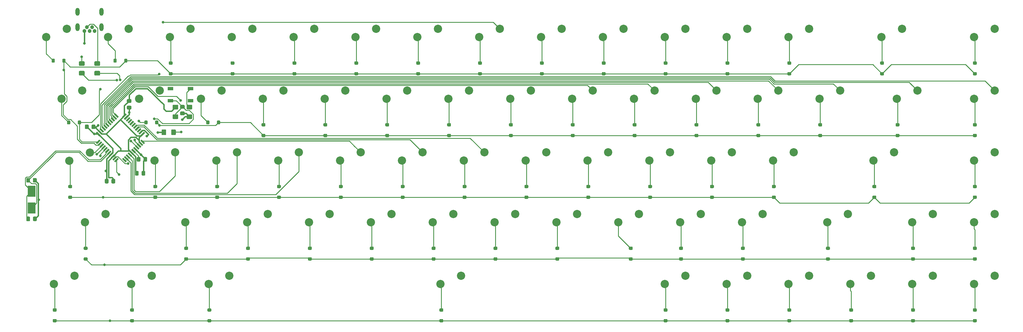
<source format=gbl>
%TF.GenerationSoftware,KiCad,Pcbnew,5.1.6-c6e7f7d~87~ubuntu20.04.1*%
%TF.CreationDate,2020-07-18T14:20:17-07:00*%
%TF.ProjectId,mrkeebstutorial,6d726b65-6562-4737-9475-746f7269616c,rev?*%
%TF.SameCoordinates,Original*%
%TF.FileFunction,Copper,L2,Bot*%
%TF.FilePolarity,Positive*%
%FSLAX46Y46*%
G04 Gerber Fmt 4.6, Leading zero omitted, Abs format (unit mm)*
G04 Created by KiCad (PCBNEW 5.1.6-c6e7f7d~87~ubuntu20.04.1) date 2020-07-18 14:20:17*
%MOMM*%
%LPD*%
G01*
G04 APERTURE LIST*
%TA.AperFunction,ComponentPad*%
%ADD10C,2.540000*%
%TD*%
%TA.AperFunction,SMDPad,CuDef*%
%ADD11C,0.100000*%
%TD*%
%TA.AperFunction,SMDPad,CuDef*%
%ADD12R,1.800000X1.100000*%
%TD*%
%TA.AperFunction,SMDPad,CuDef*%
%ADD13R,2.400000X3.500000*%
%TD*%
%TA.AperFunction,ComponentPad*%
%ADD14O,1.300000X2.400000*%
%TD*%
%TA.AperFunction,ComponentPad*%
%ADD15C,1.200000*%
%TD*%
%TA.AperFunction,ViaPad*%
%ADD16C,0.800000*%
%TD*%
%TA.AperFunction,Conductor*%
%ADD17C,0.381000*%
%TD*%
%TA.AperFunction,Conductor*%
%ADD18C,0.254000*%
%TD*%
%TA.AperFunction,Conductor*%
%ADD19C,0.250000*%
%TD*%
G04 APERTURE END LIST*
D10*
%TO.P,SW17,2*%
%TO.N,Net-(D17-Pad2)*%
X-384810000Y331152500D03*
%TO.P,SW17,1*%
%TO.N,Col2*%
X-378460000Y333692500D03*
%TD*%
%TO.P,SW31,2*%
%TO.N,Net-(D31-Pad2)*%
X-406271250Y312042500D03*
%TO.P,SW31,1*%
%TO.N,Col1*%
X-399921250Y314582500D03*
%TD*%
%TA.AperFunction,SMDPad,CuDef*%
D11*
%TO.P,U1,1*%
%TO.N,Col5*%
G36*
X-382941280Y317549542D02*
G01*
X-383330188Y317160634D01*
X-384390848Y318221294D01*
X-384001940Y318610202D01*
X-382941280Y317549542D01*
G37*
%TD.AperFunction*%
%TA.AperFunction,SMDPad,CuDef*%
%TO.P,U1,2*%
%TO.N,+5V*%
G36*
X-383506966Y316983857D02*
G01*
X-383895874Y316594949D01*
X-384956534Y317655609D01*
X-384567626Y318044517D01*
X-383506966Y316983857D01*
G37*
%TD.AperFunction*%
%TA.AperFunction,SMDPad,CuDef*%
%TO.P,U1,3*%
%TO.N,Net-(R4-Pad1)*%
G36*
X-384072651Y316418172D02*
G01*
X-384461559Y316029264D01*
X-385522219Y317089924D01*
X-385133311Y317478832D01*
X-384072651Y316418172D01*
G37*
%TD.AperFunction*%
%TA.AperFunction,SMDPad,CuDef*%
%TO.P,U1,4*%
%TO.N,Net-(R3-Pad1)*%
G36*
X-384638336Y315852486D02*
G01*
X-385027244Y315463578D01*
X-386087904Y316524238D01*
X-385698996Y316913146D01*
X-384638336Y315852486D01*
G37*
%TD.AperFunction*%
%TA.AperFunction,SMDPad,CuDef*%
%TO.P,U1,5*%
%TO.N,GND*%
G36*
X-385204022Y315286801D02*
G01*
X-385592930Y314897893D01*
X-386653590Y315958553D01*
X-386264682Y316347461D01*
X-385204022Y315286801D01*
G37*
%TD.AperFunction*%
%TA.AperFunction,SMDPad,CuDef*%
%TO.P,U1,6*%
%TO.N,Net-(C8-Pad1)*%
G36*
X-385769707Y314721115D02*
G01*
X-386158615Y314332207D01*
X-387219275Y315392867D01*
X-386830367Y315781775D01*
X-385769707Y314721115D01*
G37*
%TD.AperFunction*%
%TA.AperFunction,SMDPad,CuDef*%
%TO.P,U1,7*%
%TO.N,+5V*%
G36*
X-386335393Y314155430D02*
G01*
X-386724301Y313766522D01*
X-387784961Y314827182D01*
X-387396053Y315216090D01*
X-386335393Y314155430D01*
G37*
%TD.AperFunction*%
%TA.AperFunction,SMDPad,CuDef*%
%TO.P,U1,8*%
%TO.N,Col2*%
G36*
X-386901078Y313589744D02*
G01*
X-387289986Y313200836D01*
X-388350646Y314261496D01*
X-387961738Y314650404D01*
X-386901078Y313589744D01*
G37*
%TD.AperFunction*%
%TA.AperFunction,SMDPad,CuDef*%
%TO.P,U1,9*%
%TO.N,Col3*%
G36*
X-387466764Y313024059D02*
G01*
X-387855672Y312635151D01*
X-388916332Y313695811D01*
X-388527424Y314084719D01*
X-387466764Y313024059D01*
G37*
%TD.AperFunction*%
%TA.AperFunction,SMDPad,CuDef*%
%TO.P,U1,10*%
%TO.N,Col4*%
G36*
X-388032449Y312458374D02*
G01*
X-388421357Y312069466D01*
X-389482017Y313130126D01*
X-389093109Y313519034D01*
X-388032449Y312458374D01*
G37*
%TD.AperFunction*%
%TA.AperFunction,SMDPad,CuDef*%
%TO.P,U1,11*%
%TO.N,Net-(U1-Pad11)*%
G36*
X-388598134Y311892688D02*
G01*
X-388987042Y311503780D01*
X-390047702Y312564440D01*
X-389658794Y312953348D01*
X-388598134Y311892688D01*
G37*
%TD.AperFunction*%
%TA.AperFunction,SMDPad,CuDef*%
%TO.P,U1,12*%
%TO.N,Row5*%
G36*
X-392062958Y311503780D02*
G01*
X-392451866Y311892688D01*
X-391391206Y312953348D01*
X-391002298Y312564440D01*
X-392062958Y311503780D01*
G37*
%TD.AperFunction*%
%TA.AperFunction,SMDPad,CuDef*%
%TO.P,U1,13*%
%TO.N,RST*%
G36*
X-392628643Y312069466D02*
G01*
X-393017551Y312458374D01*
X-391956891Y313519034D01*
X-391567983Y313130126D01*
X-392628643Y312069466D01*
G37*
%TD.AperFunction*%
%TA.AperFunction,SMDPad,CuDef*%
%TO.P,U1,14*%
%TO.N,+5V*%
G36*
X-393194328Y312635151D02*
G01*
X-393583236Y313024059D01*
X-392522576Y314084719D01*
X-392133668Y313695811D01*
X-393194328Y312635151D01*
G37*
%TD.AperFunction*%
%TA.AperFunction,SMDPad,CuDef*%
%TO.P,U1,15*%
%TO.N,GND*%
G36*
X-393760014Y313200836D02*
G01*
X-394148922Y313589744D01*
X-393088262Y314650404D01*
X-392699354Y314261496D01*
X-393760014Y313200836D01*
G37*
%TD.AperFunction*%
%TA.AperFunction,SMDPad,CuDef*%
%TO.P,U1,16*%
%TO.N,Net-(C7-Pad1)*%
G36*
X-394325699Y313766522D02*
G01*
X-394714607Y314155430D01*
X-393653947Y315216090D01*
X-393265039Y314827182D01*
X-394325699Y313766522D01*
G37*
%TD.AperFunction*%
%TA.AperFunction,SMDPad,CuDef*%
%TO.P,U1,17*%
%TO.N,Net-(C6-Pad1)*%
G36*
X-394891385Y314332207D02*
G01*
X-395280293Y314721115D01*
X-394219633Y315781775D01*
X-393830725Y315392867D01*
X-394891385Y314332207D01*
G37*
%TD.AperFunction*%
%TA.AperFunction,SMDPad,CuDef*%
%TO.P,U1,18*%
%TO.N,Row4*%
G36*
X-395457070Y314897893D02*
G01*
X-395845978Y315286801D01*
X-394785318Y316347461D01*
X-394396410Y315958553D01*
X-395457070Y314897893D01*
G37*
%TD.AperFunction*%
%TA.AperFunction,SMDPad,CuDef*%
%TO.P,U1,19*%
%TO.N,Row3*%
G36*
X-396022756Y315463578D02*
G01*
X-396411664Y315852486D01*
X-395351004Y316913146D01*
X-394962096Y316524238D01*
X-396022756Y315463578D01*
G37*
%TD.AperFunction*%
%TA.AperFunction,SMDPad,CuDef*%
%TO.P,U1,20*%
%TO.N,Col1*%
G36*
X-396588441Y316029264D02*
G01*
X-396977349Y316418172D01*
X-395916689Y317478832D01*
X-395527781Y317089924D01*
X-396588441Y316029264D01*
G37*
%TD.AperFunction*%
%TA.AperFunction,SMDPad,CuDef*%
%TO.P,U1,21*%
%TO.N,Row1*%
G36*
X-397154126Y316594949D02*
G01*
X-397543034Y316983857D01*
X-396482374Y318044517D01*
X-396093466Y317655609D01*
X-397154126Y316594949D01*
G37*
%TD.AperFunction*%
%TA.AperFunction,SMDPad,CuDef*%
%TO.P,U1,22*%
%TO.N,Row2*%
G36*
X-397719812Y317160634D02*
G01*
X-398108720Y317549542D01*
X-397048060Y318610202D01*
X-396659152Y318221294D01*
X-397719812Y317160634D01*
G37*
%TD.AperFunction*%
%TA.AperFunction,SMDPad,CuDef*%
%TO.P,U1,23*%
%TO.N,GND*%
G36*
X-396659152Y319953706D02*
G01*
X-397048060Y319564798D01*
X-398108720Y320625458D01*
X-397719812Y321014366D01*
X-396659152Y319953706D01*
G37*
%TD.AperFunction*%
%TA.AperFunction,SMDPad,CuDef*%
%TO.P,U1,24*%
%TO.N,+5V*%
G36*
X-396093466Y320519391D02*
G01*
X-396482374Y320130483D01*
X-397543034Y321191143D01*
X-397154126Y321580051D01*
X-396093466Y320519391D01*
G37*
%TD.AperFunction*%
%TA.AperFunction,SMDPad,CuDef*%
%TO.P,U1,25*%
%TO.N,Col8*%
G36*
X-395527781Y321085076D02*
G01*
X-395916689Y320696168D01*
X-396977349Y321756828D01*
X-396588441Y322145736D01*
X-395527781Y321085076D01*
G37*
%TD.AperFunction*%
%TA.AperFunction,SMDPad,CuDef*%
%TO.P,U1,26*%
%TO.N,Col15*%
G36*
X-394962096Y321650762D02*
G01*
X-395351004Y321261854D01*
X-396411664Y322322514D01*
X-396022756Y322711422D01*
X-394962096Y321650762D01*
G37*
%TD.AperFunction*%
%TA.AperFunction,SMDPad,CuDef*%
%TO.P,U1,27*%
%TO.N,Col14*%
G36*
X-394396410Y322216447D02*
G01*
X-394785318Y321827539D01*
X-395845978Y322888199D01*
X-395457070Y323277107D01*
X-394396410Y322216447D01*
G37*
%TD.AperFunction*%
%TA.AperFunction,SMDPad,CuDef*%
%TO.P,U1,28*%
%TO.N,Col13*%
G36*
X-393830725Y322782133D02*
G01*
X-394219633Y322393225D01*
X-395280293Y323453885D01*
X-394891385Y323842793D01*
X-393830725Y322782133D01*
G37*
%TD.AperFunction*%
%TA.AperFunction,SMDPad,CuDef*%
%TO.P,U1,29*%
%TO.N,Col12*%
G36*
X-393265039Y323347818D02*
G01*
X-393653947Y322958910D01*
X-394714607Y324019570D01*
X-394325699Y324408478D01*
X-393265039Y323347818D01*
G37*
%TD.AperFunction*%
%TA.AperFunction,SMDPad,CuDef*%
%TO.P,U1,30*%
%TO.N,Col11*%
G36*
X-392699354Y323913504D02*
G01*
X-393088262Y323524596D01*
X-394148922Y324585256D01*
X-393760014Y324974164D01*
X-392699354Y323913504D01*
G37*
%TD.AperFunction*%
%TA.AperFunction,SMDPad,CuDef*%
%TO.P,U1,31*%
%TO.N,Col10*%
G36*
X-392133668Y324479189D02*
G01*
X-392522576Y324090281D01*
X-393583236Y325150941D01*
X-393194328Y325539849D01*
X-392133668Y324479189D01*
G37*
%TD.AperFunction*%
%TA.AperFunction,SMDPad,CuDef*%
%TO.P,U1,32*%
%TO.N,Col9*%
G36*
X-391567983Y325044874D02*
G01*
X-391956891Y324655966D01*
X-393017551Y325716626D01*
X-392628643Y326105534D01*
X-391567983Y325044874D01*
G37*
%TD.AperFunction*%
%TA.AperFunction,SMDPad,CuDef*%
%TO.P,U1,33*%
%TO.N,Net-(R5-Pad2)*%
G36*
X-391002298Y325610560D02*
G01*
X-391391206Y325221652D01*
X-392451866Y326282312D01*
X-392062958Y326671220D01*
X-391002298Y325610560D01*
G37*
%TD.AperFunction*%
%TA.AperFunction,SMDPad,CuDef*%
%TO.P,U1,34*%
%TO.N,+5V*%
G36*
X-389658794Y325221652D02*
G01*
X-390047702Y325610560D01*
X-388987042Y326671220D01*
X-388598134Y326282312D01*
X-389658794Y325221652D01*
G37*
%TD.AperFunction*%
%TA.AperFunction,SMDPad,CuDef*%
%TO.P,U1,35*%
%TO.N,GND*%
G36*
X-389093109Y324655966D02*
G01*
X-389482017Y325044874D01*
X-388421357Y326105534D01*
X-388032449Y325716626D01*
X-389093109Y324655966D01*
G37*
%TD.AperFunction*%
%TA.AperFunction,SMDPad,CuDef*%
%TO.P,U1,36*%
%TO.N,Net-(U1-Pad36)*%
G36*
X-388527424Y324090281D02*
G01*
X-388916332Y324479189D01*
X-387855672Y325539849D01*
X-387466764Y325150941D01*
X-388527424Y324090281D01*
G37*
%TD.AperFunction*%
%TA.AperFunction,SMDPad,CuDef*%
%TO.P,U1,37*%
%TO.N,Net-(U1-Pad37)*%
G36*
X-387961738Y323524596D02*
G01*
X-388350646Y323913504D01*
X-387289986Y324974164D01*
X-386901078Y324585256D01*
X-387961738Y323524596D01*
G37*
%TD.AperFunction*%
%TA.AperFunction,SMDPad,CuDef*%
%TO.P,U1,38*%
%TO.N,Net-(U1-Pad38)*%
G36*
X-387396053Y322958910D02*
G01*
X-387784961Y323347818D01*
X-386724301Y324408478D01*
X-386335393Y324019570D01*
X-387396053Y322958910D01*
G37*
%TD.AperFunction*%
%TA.AperFunction,SMDPad,CuDef*%
%TO.P,U1,39*%
%TO.N,Net-(U1-Pad39)*%
G36*
X-386830367Y322393225D02*
G01*
X-387219275Y322782133D01*
X-386158615Y323842793D01*
X-385769707Y323453885D01*
X-386830367Y322393225D01*
G37*
%TD.AperFunction*%
%TA.AperFunction,SMDPad,CuDef*%
%TO.P,U1,40*%
%TO.N,Col7*%
G36*
X-386264682Y321827539D02*
G01*
X-386653590Y322216447D01*
X-385592930Y323277107D01*
X-385204022Y322888199D01*
X-386264682Y321827539D01*
G37*
%TD.AperFunction*%
%TA.AperFunction,SMDPad,CuDef*%
%TO.P,U1,41*%
%TO.N,Col6*%
G36*
X-385698996Y321261854D02*
G01*
X-386087904Y321650762D01*
X-385027244Y322711422D01*
X-384638336Y322322514D01*
X-385698996Y321261854D01*
G37*
%TD.AperFunction*%
%TA.AperFunction,SMDPad,CuDef*%
%TO.P,U1,42*%
%TO.N,Net-(U1-Pad42)*%
G36*
X-385133311Y320696168D02*
G01*
X-385522219Y321085076D01*
X-384461559Y322145736D01*
X-384072651Y321756828D01*
X-385133311Y320696168D01*
G37*
%TD.AperFunction*%
%TA.AperFunction,SMDPad,CuDef*%
%TO.P,U1,43*%
%TO.N,GND*%
G36*
X-384567626Y320130483D02*
G01*
X-384956534Y320519391D01*
X-383895874Y321580051D01*
X-383506966Y321191143D01*
X-384567626Y320130483D01*
G37*
%TD.AperFunction*%
%TA.AperFunction,SMDPad,CuDef*%
%TO.P,U1,44*%
%TO.N,+5V*%
G36*
X-384001940Y319564798D02*
G01*
X-384390848Y319953706D01*
X-383330188Y321014366D01*
X-382941280Y320625458D01*
X-384001940Y319564798D01*
G37*
%TD.AperFunction*%
%TD*%
D10*
%TO.P,SW32,2*%
%TO.N,Net-(D32-Pad2)*%
X-380047500Y312102500D03*
%TO.P,SW32,1*%
%TO.N,Col2*%
X-373697500Y314642500D03*
%TD*%
%TO.P,SW18,2*%
%TO.N,Net-(D18-Pad2)*%
X-365760000Y331152500D03*
%TO.P,SW18,1*%
%TO.N,Col3*%
X-359410000Y333692500D03*
%TD*%
%TO.P,SW16,1*%
%TO.N,Col1*%
X-402274200Y333693880D03*
%TO.P,SW16,2*%
%TO.N,Net-(D16-Pad2)*%
X-408624200Y331153880D03*
%TD*%
%TO.P,SW45,1*%
%TO.N,Col1*%
X-395128750Y295592500D03*
%TO.P,SW45,2*%
%TO.N,Net-(D45-Pad2)*%
X-401478750Y293052500D03*
%TD*%
%TO.P,SW1,2*%
%TO.N,Net-(D1-Pad2)*%
X-413385000Y350202500D03*
%TO.P,SW1,1*%
%TO.N,Col1*%
X-407035000Y352742500D03*
%TD*%
%TO.P,SW2,2*%
%TO.N,Net-(D2-Pad2)*%
X-394335000Y350202500D03*
%TO.P,SW2,1*%
%TO.N,Col2*%
X-387985000Y352742500D03*
%TD*%
D12*
%TO.P,SWP1,4*%
%TO.N,N/C*%
X-375100000Y334287500D03*
%TO.P,SWP1,3*%
X-368900000Y330587500D03*
%TO.P,SWP1,2*%
%TO.N,RST*%
X-375100000Y330587500D03*
%TO.P,SWP1,1*%
%TO.N,Net-(R2-Pad2)*%
X-368900000Y334287500D03*
%TD*%
%TO.P,C5,1*%
%TO.N,GND*%
%TA.AperFunction,SMDPad,CuDef*%
G36*
G01*
X-370987499Y326062500D02*
X-371887501Y326062500D01*
G75*
G02*
X-372137500Y326312499I0J249999D01*
G01*
X-372137500Y326962501D01*
G75*
G02*
X-371887501Y327212500I249999J0D01*
G01*
X-370987499Y327212500D01*
G75*
G02*
X-370737500Y326962501I0J-249999D01*
G01*
X-370737500Y326312499D01*
G75*
G02*
X-370987499Y326062500I-249999J0D01*
G01*
G37*
%TD.AperFunction*%
%TO.P,C5,2*%
%TO.N,RST*%
%TA.AperFunction,SMDPad,CuDef*%
G36*
G01*
X-370987499Y328112500D02*
X-371887501Y328112500D01*
G75*
G02*
X-372137500Y328362499I0J249999D01*
G01*
X-372137500Y329012501D01*
G75*
G02*
X-371887501Y329262500I249999J0D01*
G01*
X-370987499Y329262500D01*
G75*
G02*
X-370737500Y329012501I0J-249999D01*
G01*
X-370737500Y328362499D01*
G75*
G02*
X-370987499Y328112500I-249999J0D01*
G01*
G37*
%TD.AperFunction*%
%TD*%
%TO.P,D20,1*%
%TO.N,Row2*%
%TA.AperFunction,SMDPad,CuDef*%
G36*
G01*
X-327071875Y319318750D02*
X-327771875Y319318750D01*
G75*
G02*
X-328021875Y319568750I0J250000D01*
G01*
X-328021875Y320068750D01*
G75*
G02*
X-327771875Y320318750I250000J0D01*
G01*
X-327071875Y320318750D01*
G75*
G02*
X-326821875Y320068750I0J-250000D01*
G01*
X-326821875Y319568750D01*
G75*
G02*
X-327071875Y319318750I-250000J0D01*
G01*
G37*
%TD.AperFunction*%
%TO.P,D20,2*%
%TO.N,Net-(D20-Pad2)*%
%TA.AperFunction,SMDPad,CuDef*%
G36*
G01*
X-327071875Y322618750D02*
X-327771875Y322618750D01*
G75*
G02*
X-328021875Y322868750I0J250000D01*
G01*
X-328021875Y323368750D01*
G75*
G02*
X-327771875Y323618750I250000J0D01*
G01*
X-327071875Y323618750D01*
G75*
G02*
X-326821875Y323368750I0J-250000D01*
G01*
X-326821875Y322868750D01*
G75*
G02*
X-327071875Y322618750I-250000J0D01*
G01*
G37*
%TD.AperFunction*%
%TD*%
%TO.P,D68,1*%
%TO.N,Row5*%
%TA.AperFunction,SMDPad,CuDef*%
G36*
G01*
X-127046875Y262168750D02*
X-127746875Y262168750D01*
G75*
G02*
X-127996875Y262418750I0J250000D01*
G01*
X-127996875Y262918750D01*
G75*
G02*
X-127746875Y263168750I250000J0D01*
G01*
X-127046875Y263168750D01*
G75*
G02*
X-126796875Y262918750I0J-250000D01*
G01*
X-126796875Y262418750D01*
G75*
G02*
X-127046875Y262168750I-250000J0D01*
G01*
G37*
%TD.AperFunction*%
%TO.P,D68,2*%
%TO.N,Net-(D68-Pad2)*%
%TA.AperFunction,SMDPad,CuDef*%
G36*
G01*
X-127046875Y265468750D02*
X-127746875Y265468750D01*
G75*
G02*
X-127996875Y265718750I0J250000D01*
G01*
X-127996875Y266218750D01*
G75*
G02*
X-127746875Y266468750I250000J0D01*
G01*
X-127046875Y266468750D01*
G75*
G02*
X-126796875Y266218750I0J-250000D01*
G01*
X-126796875Y265718750D01*
G75*
G02*
X-127046875Y265468750I-250000J0D01*
G01*
G37*
%TD.AperFunction*%
%TD*%
%TO.P,D67,1*%
%TO.N,Row5*%
%TA.AperFunction,SMDPad,CuDef*%
G36*
G01*
X-146096875Y262168750D02*
X-146796875Y262168750D01*
G75*
G02*
X-147046875Y262418750I0J250000D01*
G01*
X-147046875Y262918750D01*
G75*
G02*
X-146796875Y263168750I250000J0D01*
G01*
X-146096875Y263168750D01*
G75*
G02*
X-145846875Y262918750I0J-250000D01*
G01*
X-145846875Y262418750D01*
G75*
G02*
X-146096875Y262168750I-250000J0D01*
G01*
G37*
%TD.AperFunction*%
%TO.P,D67,2*%
%TO.N,Net-(D67-Pad2)*%
%TA.AperFunction,SMDPad,CuDef*%
G36*
G01*
X-146096875Y265468750D02*
X-146796875Y265468750D01*
G75*
G02*
X-147046875Y265718750I0J250000D01*
G01*
X-147046875Y266218750D01*
G75*
G02*
X-146796875Y266468750I250000J0D01*
G01*
X-146096875Y266468750D01*
G75*
G02*
X-145846875Y266218750I0J-250000D01*
G01*
X-145846875Y265718750D01*
G75*
G02*
X-146096875Y265468750I-250000J0D01*
G01*
G37*
%TD.AperFunction*%
%TD*%
%TO.P,D66,1*%
%TO.N,Row5*%
%TA.AperFunction,SMDPad,CuDef*%
G36*
G01*
X-165146875Y262168750D02*
X-165846875Y262168750D01*
G75*
G02*
X-166096875Y262418750I0J250000D01*
G01*
X-166096875Y262918750D01*
G75*
G02*
X-165846875Y263168750I250000J0D01*
G01*
X-165146875Y263168750D01*
G75*
G02*
X-164896875Y262918750I0J-250000D01*
G01*
X-164896875Y262418750D01*
G75*
G02*
X-165146875Y262168750I-250000J0D01*
G01*
G37*
%TD.AperFunction*%
%TO.P,D66,2*%
%TO.N,Net-(D66-Pad2)*%
%TA.AperFunction,SMDPad,CuDef*%
G36*
G01*
X-165146875Y265468750D02*
X-165846875Y265468750D01*
G75*
G02*
X-166096875Y265718750I0J250000D01*
G01*
X-166096875Y266218750D01*
G75*
G02*
X-165846875Y266468750I250000J0D01*
G01*
X-165146875Y266468750D01*
G75*
G02*
X-164896875Y266218750I0J-250000D01*
G01*
X-164896875Y265718750D01*
G75*
G02*
X-165146875Y265468750I-250000J0D01*
G01*
G37*
%TD.AperFunction*%
%TD*%
%TO.P,D65,1*%
%TO.N,Row5*%
%TA.AperFunction,SMDPad,CuDef*%
G36*
G01*
X-184196875Y262168750D02*
X-184896875Y262168750D01*
G75*
G02*
X-185146875Y262418750I0J250000D01*
G01*
X-185146875Y262918750D01*
G75*
G02*
X-184896875Y263168750I250000J0D01*
G01*
X-184196875Y263168750D01*
G75*
G02*
X-183946875Y262918750I0J-250000D01*
G01*
X-183946875Y262418750D01*
G75*
G02*
X-184196875Y262168750I-250000J0D01*
G01*
G37*
%TD.AperFunction*%
%TO.P,D65,2*%
%TO.N,Net-(D65-Pad2)*%
%TA.AperFunction,SMDPad,CuDef*%
G36*
G01*
X-184196875Y265468750D02*
X-184896875Y265468750D01*
G75*
G02*
X-185146875Y265718750I0J250000D01*
G01*
X-185146875Y266218750D01*
G75*
G02*
X-184896875Y266468750I250000J0D01*
G01*
X-184196875Y266468750D01*
G75*
G02*
X-183946875Y266218750I0J-250000D01*
G01*
X-183946875Y265718750D01*
G75*
G02*
X-184196875Y265468750I-250000J0D01*
G01*
G37*
%TD.AperFunction*%
%TD*%
%TO.P,D64,1*%
%TO.N,Row5*%
%TA.AperFunction,SMDPad,CuDef*%
G36*
G01*
X-203246875Y262168750D02*
X-203946875Y262168750D01*
G75*
G02*
X-204196875Y262418750I0J250000D01*
G01*
X-204196875Y262918750D01*
G75*
G02*
X-203946875Y263168750I250000J0D01*
G01*
X-203246875Y263168750D01*
G75*
G02*
X-202996875Y262918750I0J-250000D01*
G01*
X-202996875Y262418750D01*
G75*
G02*
X-203246875Y262168750I-250000J0D01*
G01*
G37*
%TD.AperFunction*%
%TO.P,D64,2*%
%TO.N,Net-(D64-Pad2)*%
%TA.AperFunction,SMDPad,CuDef*%
G36*
G01*
X-203246875Y265468750D02*
X-203946875Y265468750D01*
G75*
G02*
X-204196875Y265718750I0J250000D01*
G01*
X-204196875Y266218750D01*
G75*
G02*
X-203946875Y266468750I250000J0D01*
G01*
X-203246875Y266468750D01*
G75*
G02*
X-202996875Y266218750I0J-250000D01*
G01*
X-202996875Y265718750D01*
G75*
G02*
X-203246875Y265468750I-250000J0D01*
G01*
G37*
%TD.AperFunction*%
%TD*%
%TO.P,D63,1*%
%TO.N,Row5*%
%TA.AperFunction,SMDPad,CuDef*%
G36*
G01*
X-222296875Y262168750D02*
X-222996875Y262168750D01*
G75*
G02*
X-223246875Y262418750I0J250000D01*
G01*
X-223246875Y262918750D01*
G75*
G02*
X-222996875Y263168750I250000J0D01*
G01*
X-222296875Y263168750D01*
G75*
G02*
X-222046875Y262918750I0J-250000D01*
G01*
X-222046875Y262418750D01*
G75*
G02*
X-222296875Y262168750I-250000J0D01*
G01*
G37*
%TD.AperFunction*%
%TO.P,D63,2*%
%TO.N,Net-(D63-Pad2)*%
%TA.AperFunction,SMDPad,CuDef*%
G36*
G01*
X-222296875Y265468750D02*
X-222996875Y265468750D01*
G75*
G02*
X-223246875Y265718750I0J250000D01*
G01*
X-223246875Y266218750D01*
G75*
G02*
X-222996875Y266468750I250000J0D01*
G01*
X-222296875Y266468750D01*
G75*
G02*
X-222046875Y266218750I0J-250000D01*
G01*
X-222046875Y265718750D01*
G75*
G02*
X-222296875Y265468750I-250000J0D01*
G01*
G37*
%TD.AperFunction*%
%TD*%
%TO.P,D62,1*%
%TO.N,Row5*%
%TA.AperFunction,SMDPad,CuDef*%
G36*
G01*
X-291353125Y262168750D02*
X-292053125Y262168750D01*
G75*
G02*
X-292303125Y262418750I0J250000D01*
G01*
X-292303125Y262918750D01*
G75*
G02*
X-292053125Y263168750I250000J0D01*
G01*
X-291353125Y263168750D01*
G75*
G02*
X-291103125Y262918750I0J-250000D01*
G01*
X-291103125Y262418750D01*
G75*
G02*
X-291353125Y262168750I-250000J0D01*
G01*
G37*
%TD.AperFunction*%
%TO.P,D62,2*%
%TO.N,Net-(D62-Pad2)*%
%TA.AperFunction,SMDPad,CuDef*%
G36*
G01*
X-291353125Y265468750D02*
X-292053125Y265468750D01*
G75*
G02*
X-292303125Y265718750I0J250000D01*
G01*
X-292303125Y266218750D01*
G75*
G02*
X-292053125Y266468750I250000J0D01*
G01*
X-291353125Y266468750D01*
G75*
G02*
X-291103125Y266218750I0J-250000D01*
G01*
X-291103125Y265718750D01*
G75*
G02*
X-291353125Y265468750I-250000J0D01*
G01*
G37*
%TD.AperFunction*%
%TD*%
%TO.P,D61,1*%
%TO.N,Row5*%
%TA.AperFunction,SMDPad,CuDef*%
G36*
G01*
X-362790625Y262168750D02*
X-363490625Y262168750D01*
G75*
G02*
X-363740625Y262418750I0J250000D01*
G01*
X-363740625Y262918750D01*
G75*
G02*
X-363490625Y263168750I250000J0D01*
G01*
X-362790625Y263168750D01*
G75*
G02*
X-362540625Y262918750I0J-250000D01*
G01*
X-362540625Y262418750D01*
G75*
G02*
X-362790625Y262168750I-250000J0D01*
G01*
G37*
%TD.AperFunction*%
%TO.P,D61,2*%
%TO.N,Net-(D61-Pad2)*%
%TA.AperFunction,SMDPad,CuDef*%
G36*
G01*
X-362790625Y265468750D02*
X-363490625Y265468750D01*
G75*
G02*
X-363740625Y265718750I0J250000D01*
G01*
X-363740625Y266218750D01*
G75*
G02*
X-363490625Y266468750I250000J0D01*
G01*
X-362790625Y266468750D01*
G75*
G02*
X-362540625Y266218750I0J-250000D01*
G01*
X-362540625Y265718750D01*
G75*
G02*
X-362790625Y265468750I-250000J0D01*
G01*
G37*
%TD.AperFunction*%
%TD*%
%TO.P,D60,1*%
%TO.N,Row5*%
%TA.AperFunction,SMDPad,CuDef*%
G36*
G01*
X-386603125Y262168750D02*
X-387303125Y262168750D01*
G75*
G02*
X-387553125Y262418750I0J250000D01*
G01*
X-387553125Y262918750D01*
G75*
G02*
X-387303125Y263168750I250000J0D01*
G01*
X-386603125Y263168750D01*
G75*
G02*
X-386353125Y262918750I0J-250000D01*
G01*
X-386353125Y262418750D01*
G75*
G02*
X-386603125Y262168750I-250000J0D01*
G01*
G37*
%TD.AperFunction*%
%TO.P,D60,2*%
%TO.N,Net-(D60-Pad2)*%
%TA.AperFunction,SMDPad,CuDef*%
G36*
G01*
X-386603125Y265468750D02*
X-387303125Y265468750D01*
G75*
G02*
X-387553125Y265718750I0J250000D01*
G01*
X-387553125Y266218750D01*
G75*
G02*
X-387303125Y266468750I250000J0D01*
G01*
X-386603125Y266468750D01*
G75*
G02*
X-386353125Y266218750I0J-250000D01*
G01*
X-386353125Y265718750D01*
G75*
G02*
X-386603125Y265468750I-250000J0D01*
G01*
G37*
%TD.AperFunction*%
%TD*%
%TO.P,D59,1*%
%TO.N,Row5*%
%TA.AperFunction,SMDPad,CuDef*%
G36*
G01*
X-410415625Y262168750D02*
X-411115625Y262168750D01*
G75*
G02*
X-411365625Y262418750I0J250000D01*
G01*
X-411365625Y262918750D01*
G75*
G02*
X-411115625Y263168750I250000J0D01*
G01*
X-410415625Y263168750D01*
G75*
G02*
X-410165625Y262918750I0J-250000D01*
G01*
X-410165625Y262418750D01*
G75*
G02*
X-410415625Y262168750I-250000J0D01*
G01*
G37*
%TD.AperFunction*%
%TO.P,D59,2*%
%TO.N,Net-(D59-Pad2)*%
%TA.AperFunction,SMDPad,CuDef*%
G36*
G01*
X-410415625Y265468750D02*
X-411115625Y265468750D01*
G75*
G02*
X-411365625Y265718750I0J250000D01*
G01*
X-411365625Y266218750D01*
G75*
G02*
X-411115625Y266468750I250000J0D01*
G01*
X-410415625Y266468750D01*
G75*
G02*
X-410165625Y266218750I0J-250000D01*
G01*
X-410165625Y265718750D01*
G75*
G02*
X-410415625Y265468750I-250000J0D01*
G01*
G37*
%TD.AperFunction*%
%TD*%
%TO.P,D58,1*%
%TO.N,Row4*%
%TA.AperFunction,SMDPad,CuDef*%
G36*
G01*
X-127046875Y281218750D02*
X-127746875Y281218750D01*
G75*
G02*
X-127996875Y281468750I0J250000D01*
G01*
X-127996875Y281968750D01*
G75*
G02*
X-127746875Y282218750I250000J0D01*
G01*
X-127046875Y282218750D01*
G75*
G02*
X-126796875Y281968750I0J-250000D01*
G01*
X-126796875Y281468750D01*
G75*
G02*
X-127046875Y281218750I-250000J0D01*
G01*
G37*
%TD.AperFunction*%
%TO.P,D58,2*%
%TO.N,Net-(D58-Pad2)*%
%TA.AperFunction,SMDPad,CuDef*%
G36*
G01*
X-127046875Y284518750D02*
X-127746875Y284518750D01*
G75*
G02*
X-127996875Y284768750I0J250000D01*
G01*
X-127996875Y285268750D01*
G75*
G02*
X-127746875Y285518750I250000J0D01*
G01*
X-127046875Y285518750D01*
G75*
G02*
X-126796875Y285268750I0J-250000D01*
G01*
X-126796875Y284768750D01*
G75*
G02*
X-127046875Y284518750I-250000J0D01*
G01*
G37*
%TD.AperFunction*%
%TD*%
%TO.P,D57,1*%
%TO.N,Row4*%
%TA.AperFunction,SMDPad,CuDef*%
G36*
G01*
X-146096875Y281218750D02*
X-146796875Y281218750D01*
G75*
G02*
X-147046875Y281468750I0J250000D01*
G01*
X-147046875Y281968750D01*
G75*
G02*
X-146796875Y282218750I250000J0D01*
G01*
X-146096875Y282218750D01*
G75*
G02*
X-145846875Y281968750I0J-250000D01*
G01*
X-145846875Y281468750D01*
G75*
G02*
X-146096875Y281218750I-250000J0D01*
G01*
G37*
%TD.AperFunction*%
%TO.P,D57,2*%
%TO.N,Net-(D57-Pad2)*%
%TA.AperFunction,SMDPad,CuDef*%
G36*
G01*
X-146096875Y284518750D02*
X-146796875Y284518750D01*
G75*
G02*
X-147046875Y284768750I0J250000D01*
G01*
X-147046875Y285268750D01*
G75*
G02*
X-146796875Y285518750I250000J0D01*
G01*
X-146096875Y285518750D01*
G75*
G02*
X-145846875Y285268750I0J-250000D01*
G01*
X-145846875Y284768750D01*
G75*
G02*
X-146096875Y284518750I-250000J0D01*
G01*
G37*
%TD.AperFunction*%
%TD*%
%TO.P,D56,1*%
%TO.N,Row4*%
%TA.AperFunction,SMDPad,CuDef*%
G36*
G01*
X-172290625Y281218750D02*
X-172990625Y281218750D01*
G75*
G02*
X-173240625Y281468750I0J250000D01*
G01*
X-173240625Y281968750D01*
G75*
G02*
X-172990625Y282218750I250000J0D01*
G01*
X-172290625Y282218750D01*
G75*
G02*
X-172040625Y281968750I0J-250000D01*
G01*
X-172040625Y281468750D01*
G75*
G02*
X-172290625Y281218750I-250000J0D01*
G01*
G37*
%TD.AperFunction*%
%TO.P,D56,2*%
%TO.N,Net-(D56-Pad2)*%
%TA.AperFunction,SMDPad,CuDef*%
G36*
G01*
X-172290625Y284518750D02*
X-172990625Y284518750D01*
G75*
G02*
X-173240625Y284768750I0J250000D01*
G01*
X-173240625Y285268750D01*
G75*
G02*
X-172990625Y285518750I250000J0D01*
G01*
X-172290625Y285518750D01*
G75*
G02*
X-172040625Y285268750I0J-250000D01*
G01*
X-172040625Y284768750D01*
G75*
G02*
X-172290625Y284518750I-250000J0D01*
G01*
G37*
%TD.AperFunction*%
%TD*%
%TO.P,D55,1*%
%TO.N,Row4*%
%TA.AperFunction,SMDPad,CuDef*%
G36*
G01*
X-198484375Y281218750D02*
X-199184375Y281218750D01*
G75*
G02*
X-199434375Y281468750I0J250000D01*
G01*
X-199434375Y281968750D01*
G75*
G02*
X-199184375Y282218750I250000J0D01*
G01*
X-198484375Y282218750D01*
G75*
G02*
X-198234375Y281968750I0J-250000D01*
G01*
X-198234375Y281468750D01*
G75*
G02*
X-198484375Y281218750I-250000J0D01*
G01*
G37*
%TD.AperFunction*%
%TO.P,D55,2*%
%TO.N,Net-(D55-Pad2)*%
%TA.AperFunction,SMDPad,CuDef*%
G36*
G01*
X-198484375Y284518750D02*
X-199184375Y284518750D01*
G75*
G02*
X-199434375Y284768750I0J250000D01*
G01*
X-199434375Y285268750D01*
G75*
G02*
X-199184375Y285518750I250000J0D01*
G01*
X-198484375Y285518750D01*
G75*
G02*
X-198234375Y285268750I0J-250000D01*
G01*
X-198234375Y284768750D01*
G75*
G02*
X-198484375Y284518750I-250000J0D01*
G01*
G37*
%TD.AperFunction*%
%TD*%
%TO.P,D54,1*%
%TO.N,Row4*%
%TA.AperFunction,SMDPad,CuDef*%
G36*
G01*
X-217534375Y281218750D02*
X-218234375Y281218750D01*
G75*
G02*
X-218484375Y281468750I0J250000D01*
G01*
X-218484375Y281968750D01*
G75*
G02*
X-218234375Y282218750I250000J0D01*
G01*
X-217534375Y282218750D01*
G75*
G02*
X-217284375Y281968750I0J-250000D01*
G01*
X-217284375Y281468750D01*
G75*
G02*
X-217534375Y281218750I-250000J0D01*
G01*
G37*
%TD.AperFunction*%
%TO.P,D54,2*%
%TO.N,Net-(D54-Pad2)*%
%TA.AperFunction,SMDPad,CuDef*%
G36*
G01*
X-217534375Y284518750D02*
X-218234375Y284518750D01*
G75*
G02*
X-218484375Y284768750I0J250000D01*
G01*
X-218484375Y285268750D01*
G75*
G02*
X-218234375Y285518750I250000J0D01*
G01*
X-217534375Y285518750D01*
G75*
G02*
X-217284375Y285268750I0J-250000D01*
G01*
X-217284375Y284768750D01*
G75*
G02*
X-217534375Y284518750I-250000J0D01*
G01*
G37*
%TD.AperFunction*%
%TD*%
%TO.P,D53,1*%
%TO.N,Row4*%
%TA.AperFunction,SMDPad,CuDef*%
G36*
G01*
X-233012500Y281218750D02*
X-233712500Y281218750D01*
G75*
G02*
X-233962500Y281468750I0J250000D01*
G01*
X-233962500Y281968750D01*
G75*
G02*
X-233712500Y282218750I250000J0D01*
G01*
X-233012500Y282218750D01*
G75*
G02*
X-232762500Y281968750I0J-250000D01*
G01*
X-232762500Y281468750D01*
G75*
G02*
X-233012500Y281218750I-250000J0D01*
G01*
G37*
%TD.AperFunction*%
%TO.P,D53,2*%
%TO.N,Net-(D53-Pad2)*%
%TA.AperFunction,SMDPad,CuDef*%
G36*
G01*
X-233012500Y284518750D02*
X-233712500Y284518750D01*
G75*
G02*
X-233962500Y284768750I0J250000D01*
G01*
X-233962500Y285268750D01*
G75*
G02*
X-233712500Y285518750I250000J0D01*
G01*
X-233012500Y285518750D01*
G75*
G02*
X-232762500Y285268750I0J-250000D01*
G01*
X-232762500Y284768750D01*
G75*
G02*
X-233012500Y284518750I-250000J0D01*
G01*
G37*
%TD.AperFunction*%
%TD*%
%TO.P,D52,1*%
%TO.N,Row4*%
%TA.AperFunction,SMDPad,CuDef*%
G36*
G01*
X-255634375Y281218750D02*
X-256334375Y281218750D01*
G75*
G02*
X-256584375Y281468750I0J250000D01*
G01*
X-256584375Y281968750D01*
G75*
G02*
X-256334375Y282218750I250000J0D01*
G01*
X-255634375Y282218750D01*
G75*
G02*
X-255384375Y281968750I0J-250000D01*
G01*
X-255384375Y281468750D01*
G75*
G02*
X-255634375Y281218750I-250000J0D01*
G01*
G37*
%TD.AperFunction*%
%TO.P,D52,2*%
%TO.N,Net-(D52-Pad2)*%
%TA.AperFunction,SMDPad,CuDef*%
G36*
G01*
X-255634375Y284518750D02*
X-256334375Y284518750D01*
G75*
G02*
X-256584375Y284768750I0J250000D01*
G01*
X-256584375Y285268750D01*
G75*
G02*
X-256334375Y285518750I250000J0D01*
G01*
X-255634375Y285518750D01*
G75*
G02*
X-255384375Y285268750I0J-250000D01*
G01*
X-255384375Y284768750D01*
G75*
G02*
X-255634375Y284518750I-250000J0D01*
G01*
G37*
%TD.AperFunction*%
%TD*%
%TO.P,D51,1*%
%TO.N,Row4*%
%TA.AperFunction,SMDPad,CuDef*%
G36*
G01*
X-274684375Y281218750D02*
X-275384375Y281218750D01*
G75*
G02*
X-275634375Y281468750I0J250000D01*
G01*
X-275634375Y281968750D01*
G75*
G02*
X-275384375Y282218750I250000J0D01*
G01*
X-274684375Y282218750D01*
G75*
G02*
X-274434375Y281968750I0J-250000D01*
G01*
X-274434375Y281468750D01*
G75*
G02*
X-274684375Y281218750I-250000J0D01*
G01*
G37*
%TD.AperFunction*%
%TO.P,D51,2*%
%TO.N,Net-(D51-Pad2)*%
%TA.AperFunction,SMDPad,CuDef*%
G36*
G01*
X-274684375Y284518750D02*
X-275384375Y284518750D01*
G75*
G02*
X-275634375Y284768750I0J250000D01*
G01*
X-275634375Y285268750D01*
G75*
G02*
X-275384375Y285518750I250000J0D01*
G01*
X-274684375Y285518750D01*
G75*
G02*
X-274434375Y285268750I0J-250000D01*
G01*
X-274434375Y284768750D01*
G75*
G02*
X-274684375Y284518750I-250000J0D01*
G01*
G37*
%TD.AperFunction*%
%TD*%
%TO.P,D50,1*%
%TO.N,Row4*%
%TA.AperFunction,SMDPad,CuDef*%
G36*
G01*
X-293734375Y281218750D02*
X-294434375Y281218750D01*
G75*
G02*
X-294684375Y281468750I0J250000D01*
G01*
X-294684375Y281968750D01*
G75*
G02*
X-294434375Y282218750I250000J0D01*
G01*
X-293734375Y282218750D01*
G75*
G02*
X-293484375Y281968750I0J-250000D01*
G01*
X-293484375Y281468750D01*
G75*
G02*
X-293734375Y281218750I-250000J0D01*
G01*
G37*
%TD.AperFunction*%
%TO.P,D50,2*%
%TO.N,Net-(D50-Pad2)*%
%TA.AperFunction,SMDPad,CuDef*%
G36*
G01*
X-293734375Y284518750D02*
X-294434375Y284518750D01*
G75*
G02*
X-294684375Y284768750I0J250000D01*
G01*
X-294684375Y285268750D01*
G75*
G02*
X-294434375Y285518750I250000J0D01*
G01*
X-293734375Y285518750D01*
G75*
G02*
X-293484375Y285268750I0J-250000D01*
G01*
X-293484375Y284768750D01*
G75*
G02*
X-293734375Y284518750I-250000J0D01*
G01*
G37*
%TD.AperFunction*%
%TD*%
%TO.P,D49,1*%
%TO.N,Row4*%
%TA.AperFunction,SMDPad,CuDef*%
G36*
G01*
X-312784375Y281218750D02*
X-313484375Y281218750D01*
G75*
G02*
X-313734375Y281468750I0J250000D01*
G01*
X-313734375Y281968750D01*
G75*
G02*
X-313484375Y282218750I250000J0D01*
G01*
X-312784375Y282218750D01*
G75*
G02*
X-312534375Y281968750I0J-250000D01*
G01*
X-312534375Y281468750D01*
G75*
G02*
X-312784375Y281218750I-250000J0D01*
G01*
G37*
%TD.AperFunction*%
%TO.P,D49,2*%
%TO.N,Net-(D49-Pad2)*%
%TA.AperFunction,SMDPad,CuDef*%
G36*
G01*
X-312784375Y284518750D02*
X-313484375Y284518750D01*
G75*
G02*
X-313734375Y284768750I0J250000D01*
G01*
X-313734375Y285268750D01*
G75*
G02*
X-313484375Y285518750I250000J0D01*
G01*
X-312784375Y285518750D01*
G75*
G02*
X-312534375Y285268750I0J-250000D01*
G01*
X-312534375Y284768750D01*
G75*
G02*
X-312784375Y284518750I-250000J0D01*
G01*
G37*
%TD.AperFunction*%
%TD*%
%TO.P,D48,1*%
%TO.N,Row4*%
%TA.AperFunction,SMDPad,CuDef*%
G36*
G01*
X-331834375Y281218750D02*
X-332534375Y281218750D01*
G75*
G02*
X-332784375Y281468750I0J250000D01*
G01*
X-332784375Y281968750D01*
G75*
G02*
X-332534375Y282218750I250000J0D01*
G01*
X-331834375Y282218750D01*
G75*
G02*
X-331584375Y281968750I0J-250000D01*
G01*
X-331584375Y281468750D01*
G75*
G02*
X-331834375Y281218750I-250000J0D01*
G01*
G37*
%TD.AperFunction*%
%TO.P,D48,2*%
%TO.N,Net-(D48-Pad2)*%
%TA.AperFunction,SMDPad,CuDef*%
G36*
G01*
X-331834375Y284518750D02*
X-332534375Y284518750D01*
G75*
G02*
X-332784375Y284768750I0J250000D01*
G01*
X-332784375Y285268750D01*
G75*
G02*
X-332534375Y285518750I250000J0D01*
G01*
X-331834375Y285518750D01*
G75*
G02*
X-331584375Y285268750I0J-250000D01*
G01*
X-331584375Y284768750D01*
G75*
G02*
X-331834375Y284518750I-250000J0D01*
G01*
G37*
%TD.AperFunction*%
%TD*%
%TO.P,D47,1*%
%TO.N,Row4*%
%TA.AperFunction,SMDPad,CuDef*%
G36*
G01*
X-350884375Y281218750D02*
X-351584375Y281218750D01*
G75*
G02*
X-351834375Y281468750I0J250000D01*
G01*
X-351834375Y281968750D01*
G75*
G02*
X-351584375Y282218750I250000J0D01*
G01*
X-350884375Y282218750D01*
G75*
G02*
X-350634375Y281968750I0J-250000D01*
G01*
X-350634375Y281468750D01*
G75*
G02*
X-350884375Y281218750I-250000J0D01*
G01*
G37*
%TD.AperFunction*%
%TO.P,D47,2*%
%TO.N,Net-(D47-Pad2)*%
%TA.AperFunction,SMDPad,CuDef*%
G36*
G01*
X-350884375Y284518750D02*
X-351584375Y284518750D01*
G75*
G02*
X-351834375Y284768750I0J250000D01*
G01*
X-351834375Y285268750D01*
G75*
G02*
X-351584375Y285518750I250000J0D01*
G01*
X-350884375Y285518750D01*
G75*
G02*
X-350634375Y285268750I0J-250000D01*
G01*
X-350634375Y284768750D01*
G75*
G02*
X-350884375Y284518750I-250000J0D01*
G01*
G37*
%TD.AperFunction*%
%TD*%
%TO.P,D46,1*%
%TO.N,Row4*%
%TA.AperFunction,SMDPad,CuDef*%
G36*
G01*
X-369934375Y281218750D02*
X-370634375Y281218750D01*
G75*
G02*
X-370884375Y281468750I0J250000D01*
G01*
X-370884375Y281968750D01*
G75*
G02*
X-370634375Y282218750I250000J0D01*
G01*
X-369934375Y282218750D01*
G75*
G02*
X-369684375Y281968750I0J-250000D01*
G01*
X-369684375Y281468750D01*
G75*
G02*
X-369934375Y281218750I-250000J0D01*
G01*
G37*
%TD.AperFunction*%
%TO.P,D46,2*%
%TO.N,Net-(D46-Pad2)*%
%TA.AperFunction,SMDPad,CuDef*%
G36*
G01*
X-369934375Y284518750D02*
X-370634375Y284518750D01*
G75*
G02*
X-370884375Y284768750I0J250000D01*
G01*
X-370884375Y285268750D01*
G75*
G02*
X-370634375Y285518750I250000J0D01*
G01*
X-369934375Y285518750D01*
G75*
G02*
X-369684375Y285268750I0J-250000D01*
G01*
X-369684375Y284768750D01*
G75*
G02*
X-369934375Y284518750I-250000J0D01*
G01*
G37*
%TD.AperFunction*%
%TD*%
%TO.P,D45,1*%
%TO.N,Row4*%
%TA.AperFunction,SMDPad,CuDef*%
G36*
G01*
X-400890625Y281218750D02*
X-401590625Y281218750D01*
G75*
G02*
X-401840625Y281468750I0J250000D01*
G01*
X-401840625Y281968750D01*
G75*
G02*
X-401590625Y282218750I250000J0D01*
G01*
X-400890625Y282218750D01*
G75*
G02*
X-400640625Y281968750I0J-250000D01*
G01*
X-400640625Y281468750D01*
G75*
G02*
X-400890625Y281218750I-250000J0D01*
G01*
G37*
%TD.AperFunction*%
%TO.P,D45,2*%
%TO.N,Net-(D45-Pad2)*%
%TA.AperFunction,SMDPad,CuDef*%
G36*
G01*
X-400890625Y284518750D02*
X-401590625Y284518750D01*
G75*
G02*
X-401840625Y284768750I0J250000D01*
G01*
X-401840625Y285268750D01*
G75*
G02*
X-401590625Y285518750I250000J0D01*
G01*
X-400890625Y285518750D01*
G75*
G02*
X-400640625Y285268750I0J-250000D01*
G01*
X-400640625Y284768750D01*
G75*
G02*
X-400890625Y284518750I-250000J0D01*
G01*
G37*
%TD.AperFunction*%
%TD*%
%TO.P,D44,1*%
%TO.N,Row3*%
%TA.AperFunction,SMDPad,CuDef*%
G36*
G01*
X-127046875Y300268750D02*
X-127746875Y300268750D01*
G75*
G02*
X-127996875Y300518750I0J250000D01*
G01*
X-127996875Y301018750D01*
G75*
G02*
X-127746875Y301268750I250000J0D01*
G01*
X-127046875Y301268750D01*
G75*
G02*
X-126796875Y301018750I0J-250000D01*
G01*
X-126796875Y300518750D01*
G75*
G02*
X-127046875Y300268750I-250000J0D01*
G01*
G37*
%TD.AperFunction*%
%TO.P,D44,2*%
%TO.N,Net-(D44-Pad2)*%
%TA.AperFunction,SMDPad,CuDef*%
G36*
G01*
X-127046875Y303568750D02*
X-127746875Y303568750D01*
G75*
G02*
X-127996875Y303818750I0J250000D01*
G01*
X-127996875Y304318750D01*
G75*
G02*
X-127746875Y304568750I250000J0D01*
G01*
X-127046875Y304568750D01*
G75*
G02*
X-126796875Y304318750I0J-250000D01*
G01*
X-126796875Y303818750D01*
G75*
G02*
X-127046875Y303568750I-250000J0D01*
G01*
G37*
%TD.AperFunction*%
%TD*%
%TO.P,D43,1*%
%TO.N,Row3*%
%TA.AperFunction,SMDPad,CuDef*%
G36*
G01*
X-158003125Y300268750D02*
X-158703125Y300268750D01*
G75*
G02*
X-158953125Y300518750I0J250000D01*
G01*
X-158953125Y301018750D01*
G75*
G02*
X-158703125Y301268750I250000J0D01*
G01*
X-158003125Y301268750D01*
G75*
G02*
X-157753125Y301018750I0J-250000D01*
G01*
X-157753125Y300518750D01*
G75*
G02*
X-158003125Y300268750I-250000J0D01*
G01*
G37*
%TD.AperFunction*%
%TO.P,D43,2*%
%TO.N,Net-(D43-Pad2)*%
%TA.AperFunction,SMDPad,CuDef*%
G36*
G01*
X-158003125Y303568750D02*
X-158703125Y303568750D01*
G75*
G02*
X-158953125Y303818750I0J250000D01*
G01*
X-158953125Y304318750D01*
G75*
G02*
X-158703125Y304568750I250000J0D01*
G01*
X-158003125Y304568750D01*
G75*
G02*
X-157753125Y304318750I0J-250000D01*
G01*
X-157753125Y303818750D01*
G75*
G02*
X-158003125Y303568750I-250000J0D01*
G01*
G37*
%TD.AperFunction*%
%TD*%
%TO.P,D42,1*%
%TO.N,Row3*%
%TA.AperFunction,SMDPad,CuDef*%
G36*
G01*
X-188959375Y300268750D02*
X-189659375Y300268750D01*
G75*
G02*
X-189909375Y300518750I0J250000D01*
G01*
X-189909375Y301018750D01*
G75*
G02*
X-189659375Y301268750I250000J0D01*
G01*
X-188959375Y301268750D01*
G75*
G02*
X-188709375Y301018750I0J-250000D01*
G01*
X-188709375Y300518750D01*
G75*
G02*
X-188959375Y300268750I-250000J0D01*
G01*
G37*
%TD.AperFunction*%
%TO.P,D42,2*%
%TO.N,Net-(D42-Pad2)*%
%TA.AperFunction,SMDPad,CuDef*%
G36*
G01*
X-188959375Y303568750D02*
X-189659375Y303568750D01*
G75*
G02*
X-189909375Y303818750I0J250000D01*
G01*
X-189909375Y304318750D01*
G75*
G02*
X-189659375Y304568750I250000J0D01*
G01*
X-188959375Y304568750D01*
G75*
G02*
X-188709375Y304318750I0J-250000D01*
G01*
X-188709375Y303818750D01*
G75*
G02*
X-188959375Y303568750I-250000J0D01*
G01*
G37*
%TD.AperFunction*%
%TD*%
%TO.P,D41,1*%
%TO.N,Row3*%
%TA.AperFunction,SMDPad,CuDef*%
G36*
G01*
X-208009375Y300268750D02*
X-208709375Y300268750D01*
G75*
G02*
X-208959375Y300518750I0J250000D01*
G01*
X-208959375Y301018750D01*
G75*
G02*
X-208709375Y301268750I250000J0D01*
G01*
X-208009375Y301268750D01*
G75*
G02*
X-207759375Y301018750I0J-250000D01*
G01*
X-207759375Y300518750D01*
G75*
G02*
X-208009375Y300268750I-250000J0D01*
G01*
G37*
%TD.AperFunction*%
%TO.P,D41,2*%
%TO.N,Net-(D41-Pad2)*%
%TA.AperFunction,SMDPad,CuDef*%
G36*
G01*
X-208009375Y303568750D02*
X-208709375Y303568750D01*
G75*
G02*
X-208959375Y303818750I0J250000D01*
G01*
X-208959375Y304318750D01*
G75*
G02*
X-208709375Y304568750I250000J0D01*
G01*
X-208009375Y304568750D01*
G75*
G02*
X-207759375Y304318750I0J-250000D01*
G01*
X-207759375Y303818750D01*
G75*
G02*
X-208009375Y303568750I-250000J0D01*
G01*
G37*
%TD.AperFunction*%
%TD*%
%TO.P,D40,1*%
%TO.N,Row3*%
%TA.AperFunction,SMDPad,CuDef*%
G36*
G01*
X-227059375Y300268750D02*
X-227759375Y300268750D01*
G75*
G02*
X-228009375Y300518750I0J250000D01*
G01*
X-228009375Y301018750D01*
G75*
G02*
X-227759375Y301268750I250000J0D01*
G01*
X-227059375Y301268750D01*
G75*
G02*
X-226809375Y301018750I0J-250000D01*
G01*
X-226809375Y300518750D01*
G75*
G02*
X-227059375Y300268750I-250000J0D01*
G01*
G37*
%TD.AperFunction*%
%TO.P,D40,2*%
%TO.N,Net-(D40-Pad2)*%
%TA.AperFunction,SMDPad,CuDef*%
G36*
G01*
X-227059375Y303568750D02*
X-227759375Y303568750D01*
G75*
G02*
X-228009375Y303818750I0J250000D01*
G01*
X-228009375Y304318750D01*
G75*
G02*
X-227759375Y304568750I250000J0D01*
G01*
X-227059375Y304568750D01*
G75*
G02*
X-226809375Y304318750I0J-250000D01*
G01*
X-226809375Y303818750D01*
G75*
G02*
X-227059375Y303568750I-250000J0D01*
G01*
G37*
%TD.AperFunction*%
%TD*%
%TO.P,D39,1*%
%TO.N,Row3*%
%TA.AperFunction,SMDPad,CuDef*%
G36*
G01*
X-246109375Y300268750D02*
X-246809375Y300268750D01*
G75*
G02*
X-247059375Y300518750I0J250000D01*
G01*
X-247059375Y301018750D01*
G75*
G02*
X-246809375Y301268750I250000J0D01*
G01*
X-246109375Y301268750D01*
G75*
G02*
X-245859375Y301018750I0J-250000D01*
G01*
X-245859375Y300518750D01*
G75*
G02*
X-246109375Y300268750I-250000J0D01*
G01*
G37*
%TD.AperFunction*%
%TO.P,D39,2*%
%TO.N,Net-(D39-Pad2)*%
%TA.AperFunction,SMDPad,CuDef*%
G36*
G01*
X-246109375Y303568750D02*
X-246809375Y303568750D01*
G75*
G02*
X-247059375Y303818750I0J250000D01*
G01*
X-247059375Y304318750D01*
G75*
G02*
X-246809375Y304568750I250000J0D01*
G01*
X-246109375Y304568750D01*
G75*
G02*
X-245859375Y304318750I0J-250000D01*
G01*
X-245859375Y303818750D01*
G75*
G02*
X-246109375Y303568750I-250000J0D01*
G01*
G37*
%TD.AperFunction*%
%TD*%
%TO.P,D38,1*%
%TO.N,Row3*%
%TA.AperFunction,SMDPad,CuDef*%
G36*
G01*
X-265159375Y300268750D02*
X-265859375Y300268750D01*
G75*
G02*
X-266109375Y300518750I0J250000D01*
G01*
X-266109375Y301018750D01*
G75*
G02*
X-265859375Y301268750I250000J0D01*
G01*
X-265159375Y301268750D01*
G75*
G02*
X-264909375Y301018750I0J-250000D01*
G01*
X-264909375Y300518750D01*
G75*
G02*
X-265159375Y300268750I-250000J0D01*
G01*
G37*
%TD.AperFunction*%
%TO.P,D38,2*%
%TO.N,Net-(D38-Pad2)*%
%TA.AperFunction,SMDPad,CuDef*%
G36*
G01*
X-265159375Y303568750D02*
X-265859375Y303568750D01*
G75*
G02*
X-266109375Y303818750I0J250000D01*
G01*
X-266109375Y304318750D01*
G75*
G02*
X-265859375Y304568750I250000J0D01*
G01*
X-265159375Y304568750D01*
G75*
G02*
X-264909375Y304318750I0J-250000D01*
G01*
X-264909375Y303818750D01*
G75*
G02*
X-265159375Y303568750I-250000J0D01*
G01*
G37*
%TD.AperFunction*%
%TD*%
%TO.P,D37,1*%
%TO.N,Row3*%
%TA.AperFunction,SMDPad,CuDef*%
G36*
G01*
X-284209375Y300268750D02*
X-284909375Y300268750D01*
G75*
G02*
X-285159375Y300518750I0J250000D01*
G01*
X-285159375Y301018750D01*
G75*
G02*
X-284909375Y301268750I250000J0D01*
G01*
X-284209375Y301268750D01*
G75*
G02*
X-283959375Y301018750I0J-250000D01*
G01*
X-283959375Y300518750D01*
G75*
G02*
X-284209375Y300268750I-250000J0D01*
G01*
G37*
%TD.AperFunction*%
%TO.P,D37,2*%
%TO.N,Net-(D37-Pad2)*%
%TA.AperFunction,SMDPad,CuDef*%
G36*
G01*
X-284209375Y303568750D02*
X-284909375Y303568750D01*
G75*
G02*
X-285159375Y303818750I0J250000D01*
G01*
X-285159375Y304318750D01*
G75*
G02*
X-284909375Y304568750I250000J0D01*
G01*
X-284209375Y304568750D01*
G75*
G02*
X-283959375Y304318750I0J-250000D01*
G01*
X-283959375Y303818750D01*
G75*
G02*
X-284209375Y303568750I-250000J0D01*
G01*
G37*
%TD.AperFunction*%
%TD*%
%TO.P,D36,1*%
%TO.N,Row3*%
%TA.AperFunction,SMDPad,CuDef*%
G36*
G01*
X-303259375Y300268750D02*
X-303959375Y300268750D01*
G75*
G02*
X-304209375Y300518750I0J250000D01*
G01*
X-304209375Y301018750D01*
G75*
G02*
X-303959375Y301268750I250000J0D01*
G01*
X-303259375Y301268750D01*
G75*
G02*
X-303009375Y301018750I0J-250000D01*
G01*
X-303009375Y300518750D01*
G75*
G02*
X-303259375Y300268750I-250000J0D01*
G01*
G37*
%TD.AperFunction*%
%TO.P,D36,2*%
%TO.N,Net-(D36-Pad2)*%
%TA.AperFunction,SMDPad,CuDef*%
G36*
G01*
X-303259375Y303568750D02*
X-303959375Y303568750D01*
G75*
G02*
X-304209375Y303818750I0J250000D01*
G01*
X-304209375Y304318750D01*
G75*
G02*
X-303959375Y304568750I250000J0D01*
G01*
X-303259375Y304568750D01*
G75*
G02*
X-303009375Y304318750I0J-250000D01*
G01*
X-303009375Y303818750D01*
G75*
G02*
X-303259375Y303568750I-250000J0D01*
G01*
G37*
%TD.AperFunction*%
%TD*%
%TO.P,D35,1*%
%TO.N,Row3*%
%TA.AperFunction,SMDPad,CuDef*%
G36*
G01*
X-322309375Y300268750D02*
X-323009375Y300268750D01*
G75*
G02*
X-323259375Y300518750I0J250000D01*
G01*
X-323259375Y301018750D01*
G75*
G02*
X-323009375Y301268750I250000J0D01*
G01*
X-322309375Y301268750D01*
G75*
G02*
X-322059375Y301018750I0J-250000D01*
G01*
X-322059375Y300518750D01*
G75*
G02*
X-322309375Y300268750I-250000J0D01*
G01*
G37*
%TD.AperFunction*%
%TO.P,D35,2*%
%TO.N,Net-(D35-Pad2)*%
%TA.AperFunction,SMDPad,CuDef*%
G36*
G01*
X-322309375Y303568750D02*
X-323009375Y303568750D01*
G75*
G02*
X-323259375Y303818750I0J250000D01*
G01*
X-323259375Y304318750D01*
G75*
G02*
X-323009375Y304568750I250000J0D01*
G01*
X-322309375Y304568750D01*
G75*
G02*
X-322059375Y304318750I0J-250000D01*
G01*
X-322059375Y303818750D01*
G75*
G02*
X-322309375Y303568750I-250000J0D01*
G01*
G37*
%TD.AperFunction*%
%TD*%
%TO.P,D34,1*%
%TO.N,Row3*%
%TA.AperFunction,SMDPad,CuDef*%
G36*
G01*
X-341359375Y300268750D02*
X-342059375Y300268750D01*
G75*
G02*
X-342309375Y300518750I0J250000D01*
G01*
X-342309375Y301018750D01*
G75*
G02*
X-342059375Y301268750I250000J0D01*
G01*
X-341359375Y301268750D01*
G75*
G02*
X-341109375Y301018750I0J-250000D01*
G01*
X-341109375Y300518750D01*
G75*
G02*
X-341359375Y300268750I-250000J0D01*
G01*
G37*
%TD.AperFunction*%
%TO.P,D34,2*%
%TO.N,Net-(D34-Pad2)*%
%TA.AperFunction,SMDPad,CuDef*%
G36*
G01*
X-341359375Y303568750D02*
X-342059375Y303568750D01*
G75*
G02*
X-342309375Y303818750I0J250000D01*
G01*
X-342309375Y304318750D01*
G75*
G02*
X-342059375Y304568750I250000J0D01*
G01*
X-341359375Y304568750D01*
G75*
G02*
X-341109375Y304318750I0J-250000D01*
G01*
X-341109375Y303818750D01*
G75*
G02*
X-341359375Y303568750I-250000J0D01*
G01*
G37*
%TD.AperFunction*%
%TD*%
%TO.P,D33,1*%
%TO.N,Row3*%
%TA.AperFunction,SMDPad,CuDef*%
G36*
G01*
X-360409375Y300268750D02*
X-361109375Y300268750D01*
G75*
G02*
X-361359375Y300518750I0J250000D01*
G01*
X-361359375Y301018750D01*
G75*
G02*
X-361109375Y301268750I250000J0D01*
G01*
X-360409375Y301268750D01*
G75*
G02*
X-360159375Y301018750I0J-250000D01*
G01*
X-360159375Y300518750D01*
G75*
G02*
X-360409375Y300268750I-250000J0D01*
G01*
G37*
%TD.AperFunction*%
%TO.P,D33,2*%
%TO.N,Net-(D33-Pad2)*%
%TA.AperFunction,SMDPad,CuDef*%
G36*
G01*
X-360409375Y303568750D02*
X-361109375Y303568750D01*
G75*
G02*
X-361359375Y303818750I0J250000D01*
G01*
X-361359375Y304318750D01*
G75*
G02*
X-361109375Y304568750I250000J0D01*
G01*
X-360409375Y304568750D01*
G75*
G02*
X-360159375Y304318750I0J-250000D01*
G01*
X-360159375Y303818750D01*
G75*
G02*
X-360409375Y303568750I-250000J0D01*
G01*
G37*
%TD.AperFunction*%
%TD*%
%TO.P,D32,1*%
%TO.N,Row3*%
%TA.AperFunction,SMDPad,CuDef*%
G36*
G01*
X-379459375Y300268750D02*
X-380159375Y300268750D01*
G75*
G02*
X-380409375Y300518750I0J250000D01*
G01*
X-380409375Y301018750D01*
G75*
G02*
X-380159375Y301268750I250000J0D01*
G01*
X-379459375Y301268750D01*
G75*
G02*
X-379209375Y301018750I0J-250000D01*
G01*
X-379209375Y300518750D01*
G75*
G02*
X-379459375Y300268750I-250000J0D01*
G01*
G37*
%TD.AperFunction*%
%TO.P,D32,2*%
%TO.N,Net-(D32-Pad2)*%
%TA.AperFunction,SMDPad,CuDef*%
G36*
G01*
X-379459375Y303568750D02*
X-380159375Y303568750D01*
G75*
G02*
X-380409375Y303818750I0J250000D01*
G01*
X-380409375Y304318750D01*
G75*
G02*
X-380159375Y304568750I250000J0D01*
G01*
X-379459375Y304568750D01*
G75*
G02*
X-379209375Y304318750I0J-250000D01*
G01*
X-379209375Y303818750D01*
G75*
G02*
X-379459375Y303568750I-250000J0D01*
G01*
G37*
%TD.AperFunction*%
%TD*%
%TO.P,D31,1*%
%TO.N,Row3*%
%TA.AperFunction,SMDPad,CuDef*%
G36*
G01*
X-405653125Y300268750D02*
X-406353125Y300268750D01*
G75*
G02*
X-406603125Y300518750I0J250000D01*
G01*
X-406603125Y301018750D01*
G75*
G02*
X-406353125Y301268750I250000J0D01*
G01*
X-405653125Y301268750D01*
G75*
G02*
X-405403125Y301018750I0J-250000D01*
G01*
X-405403125Y300518750D01*
G75*
G02*
X-405653125Y300268750I-250000J0D01*
G01*
G37*
%TD.AperFunction*%
%TO.P,D31,2*%
%TO.N,Net-(D31-Pad2)*%
%TA.AperFunction,SMDPad,CuDef*%
G36*
G01*
X-405653125Y303568750D02*
X-406353125Y303568750D01*
G75*
G02*
X-406603125Y303818750I0J250000D01*
G01*
X-406603125Y304318750D01*
G75*
G02*
X-406353125Y304568750I250000J0D01*
G01*
X-405653125Y304568750D01*
G75*
G02*
X-405403125Y304318750I0J-250000D01*
G01*
X-405403125Y303818750D01*
G75*
G02*
X-405653125Y303568750I-250000J0D01*
G01*
G37*
%TD.AperFunction*%
%TD*%
%TO.P,D30,1*%
%TO.N,Row2*%
%TA.AperFunction,SMDPad,CuDef*%
G36*
G01*
X-127046875Y319318750D02*
X-127746875Y319318750D01*
G75*
G02*
X-127996875Y319568750I0J250000D01*
G01*
X-127996875Y320068750D01*
G75*
G02*
X-127746875Y320318750I250000J0D01*
G01*
X-127046875Y320318750D01*
G75*
G02*
X-126796875Y320068750I0J-250000D01*
G01*
X-126796875Y319568750D01*
G75*
G02*
X-127046875Y319318750I-250000J0D01*
G01*
G37*
%TD.AperFunction*%
%TO.P,D30,2*%
%TO.N,Net-(D30-Pad2)*%
%TA.AperFunction,SMDPad,CuDef*%
G36*
G01*
X-127046875Y322618750D02*
X-127746875Y322618750D01*
G75*
G02*
X-127996875Y322868750I0J250000D01*
G01*
X-127996875Y323368750D01*
G75*
G02*
X-127746875Y323618750I250000J0D01*
G01*
X-127046875Y323618750D01*
G75*
G02*
X-126796875Y323368750I0J-250000D01*
G01*
X-126796875Y322868750D01*
G75*
G02*
X-127046875Y322618750I-250000J0D01*
G01*
G37*
%TD.AperFunction*%
%TD*%
%TO.P,D29,1*%
%TO.N,Row2*%
%TA.AperFunction,SMDPad,CuDef*%
G36*
G01*
X-150859375Y319318750D02*
X-151559375Y319318750D01*
G75*
G02*
X-151809375Y319568750I0J250000D01*
G01*
X-151809375Y320068750D01*
G75*
G02*
X-151559375Y320318750I250000J0D01*
G01*
X-150859375Y320318750D01*
G75*
G02*
X-150609375Y320068750I0J-250000D01*
G01*
X-150609375Y319568750D01*
G75*
G02*
X-150859375Y319318750I-250000J0D01*
G01*
G37*
%TD.AperFunction*%
%TO.P,D29,2*%
%TO.N,Net-(D29-Pad2)*%
%TA.AperFunction,SMDPad,CuDef*%
G36*
G01*
X-150859375Y322618750D02*
X-151559375Y322618750D01*
G75*
G02*
X-151809375Y322868750I0J250000D01*
G01*
X-151809375Y323368750D01*
G75*
G02*
X-151559375Y323618750I250000J0D01*
G01*
X-150859375Y323618750D01*
G75*
G02*
X-150609375Y323368750I0J-250000D01*
G01*
X-150609375Y322868750D01*
G75*
G02*
X-150859375Y322618750I-250000J0D01*
G01*
G37*
%TD.AperFunction*%
%TD*%
%TO.P,D28,1*%
%TO.N,Row2*%
%TA.AperFunction,SMDPad,CuDef*%
G36*
G01*
X-174671875Y319318750D02*
X-175371875Y319318750D01*
G75*
G02*
X-175621875Y319568750I0J250000D01*
G01*
X-175621875Y320068750D01*
G75*
G02*
X-175371875Y320318750I250000J0D01*
G01*
X-174671875Y320318750D01*
G75*
G02*
X-174421875Y320068750I0J-250000D01*
G01*
X-174421875Y319568750D01*
G75*
G02*
X-174671875Y319318750I-250000J0D01*
G01*
G37*
%TD.AperFunction*%
%TO.P,D28,2*%
%TO.N,Net-(D28-Pad2)*%
%TA.AperFunction,SMDPad,CuDef*%
G36*
G01*
X-174671875Y322618750D02*
X-175371875Y322618750D01*
G75*
G02*
X-175621875Y322868750I0J250000D01*
G01*
X-175621875Y323368750D01*
G75*
G02*
X-175371875Y323618750I250000J0D01*
G01*
X-174671875Y323618750D01*
G75*
G02*
X-174421875Y323368750I0J-250000D01*
G01*
X-174421875Y322868750D01*
G75*
G02*
X-174671875Y322618750I-250000J0D01*
G01*
G37*
%TD.AperFunction*%
%TD*%
%TO.P,D27,1*%
%TO.N,Row2*%
%TA.AperFunction,SMDPad,CuDef*%
G36*
G01*
X-193721875Y319318750D02*
X-194421875Y319318750D01*
G75*
G02*
X-194671875Y319568750I0J250000D01*
G01*
X-194671875Y320068750D01*
G75*
G02*
X-194421875Y320318750I250000J0D01*
G01*
X-193721875Y320318750D01*
G75*
G02*
X-193471875Y320068750I0J-250000D01*
G01*
X-193471875Y319568750D01*
G75*
G02*
X-193721875Y319318750I-250000J0D01*
G01*
G37*
%TD.AperFunction*%
%TO.P,D27,2*%
%TO.N,Net-(D27-Pad2)*%
%TA.AperFunction,SMDPad,CuDef*%
G36*
G01*
X-193721875Y322618750D02*
X-194421875Y322618750D01*
G75*
G02*
X-194671875Y322868750I0J250000D01*
G01*
X-194671875Y323368750D01*
G75*
G02*
X-194421875Y323618750I250000J0D01*
G01*
X-193721875Y323618750D01*
G75*
G02*
X-193471875Y323368750I0J-250000D01*
G01*
X-193471875Y322868750D01*
G75*
G02*
X-193721875Y322618750I-250000J0D01*
G01*
G37*
%TD.AperFunction*%
%TD*%
%TO.P,D26,1*%
%TO.N,Row2*%
%TA.AperFunction,SMDPad,CuDef*%
G36*
G01*
X-212771875Y319318750D02*
X-213471875Y319318750D01*
G75*
G02*
X-213721875Y319568750I0J250000D01*
G01*
X-213721875Y320068750D01*
G75*
G02*
X-213471875Y320318750I250000J0D01*
G01*
X-212771875Y320318750D01*
G75*
G02*
X-212521875Y320068750I0J-250000D01*
G01*
X-212521875Y319568750D01*
G75*
G02*
X-212771875Y319318750I-250000J0D01*
G01*
G37*
%TD.AperFunction*%
%TO.P,D26,2*%
%TO.N,Net-(D26-Pad2)*%
%TA.AperFunction,SMDPad,CuDef*%
G36*
G01*
X-212771875Y322618750D02*
X-213471875Y322618750D01*
G75*
G02*
X-213721875Y322868750I0J250000D01*
G01*
X-213721875Y323368750D01*
G75*
G02*
X-213471875Y323618750I250000J0D01*
G01*
X-212771875Y323618750D01*
G75*
G02*
X-212521875Y323368750I0J-250000D01*
G01*
X-212521875Y322868750D01*
G75*
G02*
X-212771875Y322618750I-250000J0D01*
G01*
G37*
%TD.AperFunction*%
%TD*%
%TO.P,D25,1*%
%TO.N,Row2*%
%TA.AperFunction,SMDPad,CuDef*%
G36*
G01*
X-231821875Y319318750D02*
X-232521875Y319318750D01*
G75*
G02*
X-232771875Y319568750I0J250000D01*
G01*
X-232771875Y320068750D01*
G75*
G02*
X-232521875Y320318750I250000J0D01*
G01*
X-231821875Y320318750D01*
G75*
G02*
X-231571875Y320068750I0J-250000D01*
G01*
X-231571875Y319568750D01*
G75*
G02*
X-231821875Y319318750I-250000J0D01*
G01*
G37*
%TD.AperFunction*%
%TO.P,D25,2*%
%TO.N,Net-(D25-Pad2)*%
%TA.AperFunction,SMDPad,CuDef*%
G36*
G01*
X-231821875Y322618750D02*
X-232521875Y322618750D01*
G75*
G02*
X-232771875Y322868750I0J250000D01*
G01*
X-232771875Y323368750D01*
G75*
G02*
X-232521875Y323618750I250000J0D01*
G01*
X-231821875Y323618750D01*
G75*
G02*
X-231571875Y323368750I0J-250000D01*
G01*
X-231571875Y322868750D01*
G75*
G02*
X-231821875Y322618750I-250000J0D01*
G01*
G37*
%TD.AperFunction*%
%TD*%
%TO.P,D24,1*%
%TO.N,Row2*%
%TA.AperFunction,SMDPad,CuDef*%
G36*
G01*
X-250871875Y319318750D02*
X-251571875Y319318750D01*
G75*
G02*
X-251821875Y319568750I0J250000D01*
G01*
X-251821875Y320068750D01*
G75*
G02*
X-251571875Y320318750I250000J0D01*
G01*
X-250871875Y320318750D01*
G75*
G02*
X-250621875Y320068750I0J-250000D01*
G01*
X-250621875Y319568750D01*
G75*
G02*
X-250871875Y319318750I-250000J0D01*
G01*
G37*
%TD.AperFunction*%
%TO.P,D24,2*%
%TO.N,Net-(D24-Pad2)*%
%TA.AperFunction,SMDPad,CuDef*%
G36*
G01*
X-250871875Y322618750D02*
X-251571875Y322618750D01*
G75*
G02*
X-251821875Y322868750I0J250000D01*
G01*
X-251821875Y323368750D01*
G75*
G02*
X-251571875Y323618750I250000J0D01*
G01*
X-250871875Y323618750D01*
G75*
G02*
X-250621875Y323368750I0J-250000D01*
G01*
X-250621875Y322868750D01*
G75*
G02*
X-250871875Y322618750I-250000J0D01*
G01*
G37*
%TD.AperFunction*%
%TD*%
%TO.P,D23,1*%
%TO.N,Row2*%
%TA.AperFunction,SMDPad,CuDef*%
G36*
G01*
X-269921875Y319318750D02*
X-270621875Y319318750D01*
G75*
G02*
X-270871875Y319568750I0J250000D01*
G01*
X-270871875Y320068750D01*
G75*
G02*
X-270621875Y320318750I250000J0D01*
G01*
X-269921875Y320318750D01*
G75*
G02*
X-269671875Y320068750I0J-250000D01*
G01*
X-269671875Y319568750D01*
G75*
G02*
X-269921875Y319318750I-250000J0D01*
G01*
G37*
%TD.AperFunction*%
%TO.P,D23,2*%
%TO.N,Net-(D23-Pad2)*%
%TA.AperFunction,SMDPad,CuDef*%
G36*
G01*
X-269921875Y322618750D02*
X-270621875Y322618750D01*
G75*
G02*
X-270871875Y322868750I0J250000D01*
G01*
X-270871875Y323368750D01*
G75*
G02*
X-270621875Y323618750I250000J0D01*
G01*
X-269921875Y323618750D01*
G75*
G02*
X-269671875Y323368750I0J-250000D01*
G01*
X-269671875Y322868750D01*
G75*
G02*
X-269921875Y322618750I-250000J0D01*
G01*
G37*
%TD.AperFunction*%
%TD*%
%TO.P,D22,1*%
%TO.N,Row2*%
%TA.AperFunction,SMDPad,CuDef*%
G36*
G01*
X-288971875Y319318750D02*
X-289671875Y319318750D01*
G75*
G02*
X-289921875Y319568750I0J250000D01*
G01*
X-289921875Y320068750D01*
G75*
G02*
X-289671875Y320318750I250000J0D01*
G01*
X-288971875Y320318750D01*
G75*
G02*
X-288721875Y320068750I0J-250000D01*
G01*
X-288721875Y319568750D01*
G75*
G02*
X-288971875Y319318750I-250000J0D01*
G01*
G37*
%TD.AperFunction*%
%TO.P,D22,2*%
%TO.N,Net-(D22-Pad2)*%
%TA.AperFunction,SMDPad,CuDef*%
G36*
G01*
X-288971875Y322618750D02*
X-289671875Y322618750D01*
G75*
G02*
X-289921875Y322868750I0J250000D01*
G01*
X-289921875Y323368750D01*
G75*
G02*
X-289671875Y323618750I250000J0D01*
G01*
X-288971875Y323618750D01*
G75*
G02*
X-288721875Y323368750I0J-250000D01*
G01*
X-288721875Y322868750D01*
G75*
G02*
X-288971875Y322618750I-250000J0D01*
G01*
G37*
%TD.AperFunction*%
%TD*%
%TO.P,D21,1*%
%TO.N,Row2*%
%TA.AperFunction,SMDPad,CuDef*%
G36*
G01*
X-308021875Y319318750D02*
X-308721875Y319318750D01*
G75*
G02*
X-308971875Y319568750I0J250000D01*
G01*
X-308971875Y320068750D01*
G75*
G02*
X-308721875Y320318750I250000J0D01*
G01*
X-308021875Y320318750D01*
G75*
G02*
X-307771875Y320068750I0J-250000D01*
G01*
X-307771875Y319568750D01*
G75*
G02*
X-308021875Y319318750I-250000J0D01*
G01*
G37*
%TD.AperFunction*%
%TO.P,D21,2*%
%TO.N,Net-(D21-Pad2)*%
%TA.AperFunction,SMDPad,CuDef*%
G36*
G01*
X-308021875Y322618750D02*
X-308721875Y322618750D01*
G75*
G02*
X-308971875Y322868750I0J250000D01*
G01*
X-308971875Y323368750D01*
G75*
G02*
X-308721875Y323618750I250000J0D01*
G01*
X-308021875Y323618750D01*
G75*
G02*
X-307771875Y323368750I0J-250000D01*
G01*
X-307771875Y322868750D01*
G75*
G02*
X-308021875Y322618750I-250000J0D01*
G01*
G37*
%TD.AperFunction*%
%TD*%
%TO.P,D19,1*%
%TO.N,Row2*%
%TA.AperFunction,SMDPad,CuDef*%
G36*
G01*
X-346121875Y319318750D02*
X-346821875Y319318750D01*
G75*
G02*
X-347071875Y319568750I0J250000D01*
G01*
X-347071875Y320068750D01*
G75*
G02*
X-346821875Y320318750I250000J0D01*
G01*
X-346121875Y320318750D01*
G75*
G02*
X-345871875Y320068750I0J-250000D01*
G01*
X-345871875Y319568750D01*
G75*
G02*
X-346121875Y319318750I-250000J0D01*
G01*
G37*
%TD.AperFunction*%
%TO.P,D19,2*%
%TO.N,Net-(D19-Pad2)*%
%TA.AperFunction,SMDPad,CuDef*%
G36*
G01*
X-346121875Y322618750D02*
X-346821875Y322618750D01*
G75*
G02*
X-347071875Y322868750I0J250000D01*
G01*
X-347071875Y323368750D01*
G75*
G02*
X-346821875Y323618750I250000J0D01*
G01*
X-346121875Y323618750D01*
G75*
G02*
X-345871875Y323368750I0J-250000D01*
G01*
X-345871875Y322868750D01*
G75*
G02*
X-346121875Y322618750I-250000J0D01*
G01*
G37*
%TD.AperFunction*%
%TD*%
%TO.P,D18,1*%
%TO.N,Row2*%
%TA.AperFunction,SMDPad,CuDef*%
G36*
G01*
X-359800000Y324200000D02*
X-359800000Y323500000D01*
G75*
G02*
X-360050000Y323250000I-250000J0D01*
G01*
X-360550000Y323250000D01*
G75*
G02*
X-360800000Y323500000I0J250000D01*
G01*
X-360800000Y324200000D01*
G75*
G02*
X-360550000Y324450000I250000J0D01*
G01*
X-360050000Y324450000D01*
G75*
G02*
X-359800000Y324200000I0J-250000D01*
G01*
G37*
%TD.AperFunction*%
%TO.P,D18,2*%
%TO.N,Net-(D18-Pad2)*%
%TA.AperFunction,SMDPad,CuDef*%
G36*
G01*
X-363100000Y324200000D02*
X-363100000Y323500000D01*
G75*
G02*
X-363350000Y323250000I-250000J0D01*
G01*
X-363850000Y323250000D01*
G75*
G02*
X-364100000Y323500000I0J250000D01*
G01*
X-364100000Y324200000D01*
G75*
G02*
X-363850000Y324450000I250000J0D01*
G01*
X-363350000Y324450000D01*
G75*
G02*
X-363100000Y324200000I0J-250000D01*
G01*
G37*
%TD.AperFunction*%
%TD*%
%TO.P,D17,1*%
%TO.N,Row2*%
%TA.AperFunction,SMDPad,CuDef*%
G36*
G01*
X-378850000Y324200000D02*
X-378850000Y323500000D01*
G75*
G02*
X-379100000Y323250000I-250000J0D01*
G01*
X-379600000Y323250000D01*
G75*
G02*
X-379850000Y323500000I0J250000D01*
G01*
X-379850000Y324200000D01*
G75*
G02*
X-379600000Y324450000I250000J0D01*
G01*
X-379100000Y324450000D01*
G75*
G02*
X-378850000Y324200000I0J-250000D01*
G01*
G37*
%TD.AperFunction*%
%TO.P,D17,2*%
%TO.N,Net-(D17-Pad2)*%
%TA.AperFunction,SMDPad,CuDef*%
G36*
G01*
X-382150000Y324200000D02*
X-382150000Y323500000D01*
G75*
G02*
X-382400000Y323250000I-250000J0D01*
G01*
X-382900000Y323250000D01*
G75*
G02*
X-383150000Y323500000I0J250000D01*
G01*
X-383150000Y324200000D01*
G75*
G02*
X-382900000Y324450000I250000J0D01*
G01*
X-382400000Y324450000D01*
G75*
G02*
X-382150000Y324200000I0J-250000D01*
G01*
G37*
%TD.AperFunction*%
%TD*%
%TO.P,D16,1*%
%TO.N,Row2*%
%TA.AperFunction,SMDPad,CuDef*%
G36*
G01*
X-402662500Y324200000D02*
X-402662500Y323500000D01*
G75*
G02*
X-402912500Y323250000I-250000J0D01*
G01*
X-403412500Y323250000D01*
G75*
G02*
X-403662500Y323500000I0J250000D01*
G01*
X-403662500Y324200000D01*
G75*
G02*
X-403412500Y324450000I250000J0D01*
G01*
X-402912500Y324450000D01*
G75*
G02*
X-402662500Y324200000I0J-250000D01*
G01*
G37*
%TD.AperFunction*%
%TO.P,D16,2*%
%TO.N,Net-(D16-Pad2)*%
%TA.AperFunction,SMDPad,CuDef*%
G36*
G01*
X-405962500Y324200000D02*
X-405962500Y323500000D01*
G75*
G02*
X-406212500Y323250000I-250000J0D01*
G01*
X-406712500Y323250000D01*
G75*
G02*
X-406962500Y323500000I0J250000D01*
G01*
X-406962500Y324200000D01*
G75*
G02*
X-406712500Y324450000I250000J0D01*
G01*
X-406212500Y324450000D01*
G75*
G02*
X-405962500Y324200000I0J-250000D01*
G01*
G37*
%TD.AperFunction*%
%TD*%
%TO.P,D15,1*%
%TO.N,Row1*%
%TA.AperFunction,SMDPad,CuDef*%
G36*
G01*
X-127046875Y338368750D02*
X-127746875Y338368750D01*
G75*
G02*
X-127996875Y338618750I0J250000D01*
G01*
X-127996875Y339118750D01*
G75*
G02*
X-127746875Y339368750I250000J0D01*
G01*
X-127046875Y339368750D01*
G75*
G02*
X-126796875Y339118750I0J-250000D01*
G01*
X-126796875Y338618750D01*
G75*
G02*
X-127046875Y338368750I-250000J0D01*
G01*
G37*
%TD.AperFunction*%
%TO.P,D15,2*%
%TO.N,Net-(D15-Pad2)*%
%TA.AperFunction,SMDPad,CuDef*%
G36*
G01*
X-127046875Y341668750D02*
X-127746875Y341668750D01*
G75*
G02*
X-127996875Y341918750I0J250000D01*
G01*
X-127996875Y342418750D01*
G75*
G02*
X-127746875Y342668750I250000J0D01*
G01*
X-127046875Y342668750D01*
G75*
G02*
X-126796875Y342418750I0J-250000D01*
G01*
X-126796875Y341918750D01*
G75*
G02*
X-127046875Y341668750I-250000J0D01*
G01*
G37*
%TD.AperFunction*%
%TD*%
%TO.P,D14,1*%
%TO.N,Row1*%
%TA.AperFunction,SMDPad,CuDef*%
G36*
G01*
X-155621875Y338368750D02*
X-156321875Y338368750D01*
G75*
G02*
X-156571875Y338618750I0J250000D01*
G01*
X-156571875Y339118750D01*
G75*
G02*
X-156321875Y339368750I250000J0D01*
G01*
X-155621875Y339368750D01*
G75*
G02*
X-155371875Y339118750I0J-250000D01*
G01*
X-155371875Y338618750D01*
G75*
G02*
X-155621875Y338368750I-250000J0D01*
G01*
G37*
%TD.AperFunction*%
%TO.P,D14,2*%
%TO.N,Net-(D14-Pad2)*%
%TA.AperFunction,SMDPad,CuDef*%
G36*
G01*
X-155621875Y341668750D02*
X-156321875Y341668750D01*
G75*
G02*
X-156571875Y341918750I0J250000D01*
G01*
X-156571875Y342418750D01*
G75*
G02*
X-156321875Y342668750I250000J0D01*
G01*
X-155621875Y342668750D01*
G75*
G02*
X-155371875Y342418750I0J-250000D01*
G01*
X-155371875Y341918750D01*
G75*
G02*
X-155621875Y341668750I-250000J0D01*
G01*
G37*
%TD.AperFunction*%
%TD*%
%TO.P,D13,1*%
%TO.N,Row1*%
%TA.AperFunction,SMDPad,CuDef*%
G36*
G01*
X-184196875Y338368750D02*
X-184896875Y338368750D01*
G75*
G02*
X-185146875Y338618750I0J250000D01*
G01*
X-185146875Y339118750D01*
G75*
G02*
X-184896875Y339368750I250000J0D01*
G01*
X-184196875Y339368750D01*
G75*
G02*
X-183946875Y339118750I0J-250000D01*
G01*
X-183946875Y338618750D01*
G75*
G02*
X-184196875Y338368750I-250000J0D01*
G01*
G37*
%TD.AperFunction*%
%TO.P,D13,2*%
%TO.N,Net-(D13-Pad2)*%
%TA.AperFunction,SMDPad,CuDef*%
G36*
G01*
X-184196875Y341668750D02*
X-184896875Y341668750D01*
G75*
G02*
X-185146875Y341918750I0J250000D01*
G01*
X-185146875Y342418750D01*
G75*
G02*
X-184896875Y342668750I250000J0D01*
G01*
X-184196875Y342668750D01*
G75*
G02*
X-183946875Y342418750I0J-250000D01*
G01*
X-183946875Y341918750D01*
G75*
G02*
X-184196875Y341668750I-250000J0D01*
G01*
G37*
%TD.AperFunction*%
%TD*%
%TO.P,D12,1*%
%TO.N,Row1*%
%TA.AperFunction,SMDPad,CuDef*%
G36*
G01*
X-203246875Y338368750D02*
X-203946875Y338368750D01*
G75*
G02*
X-204196875Y338618750I0J250000D01*
G01*
X-204196875Y339118750D01*
G75*
G02*
X-203946875Y339368750I250000J0D01*
G01*
X-203246875Y339368750D01*
G75*
G02*
X-202996875Y339118750I0J-250000D01*
G01*
X-202996875Y338618750D01*
G75*
G02*
X-203246875Y338368750I-250000J0D01*
G01*
G37*
%TD.AperFunction*%
%TO.P,D12,2*%
%TO.N,Net-(D12-Pad2)*%
%TA.AperFunction,SMDPad,CuDef*%
G36*
G01*
X-203246875Y341668750D02*
X-203946875Y341668750D01*
G75*
G02*
X-204196875Y341918750I0J250000D01*
G01*
X-204196875Y342418750D01*
G75*
G02*
X-203946875Y342668750I250000J0D01*
G01*
X-203246875Y342668750D01*
G75*
G02*
X-202996875Y342418750I0J-250000D01*
G01*
X-202996875Y341918750D01*
G75*
G02*
X-203246875Y341668750I-250000J0D01*
G01*
G37*
%TD.AperFunction*%
%TD*%
%TO.P,D11,1*%
%TO.N,Row1*%
%TA.AperFunction,SMDPad,CuDef*%
G36*
G01*
X-222296875Y338368750D02*
X-222996875Y338368750D01*
G75*
G02*
X-223246875Y338618750I0J250000D01*
G01*
X-223246875Y339118750D01*
G75*
G02*
X-222996875Y339368750I250000J0D01*
G01*
X-222296875Y339368750D01*
G75*
G02*
X-222046875Y339118750I0J-250000D01*
G01*
X-222046875Y338618750D01*
G75*
G02*
X-222296875Y338368750I-250000J0D01*
G01*
G37*
%TD.AperFunction*%
%TO.P,D11,2*%
%TO.N,Net-(D11-Pad2)*%
%TA.AperFunction,SMDPad,CuDef*%
G36*
G01*
X-222296875Y341668750D02*
X-222996875Y341668750D01*
G75*
G02*
X-223246875Y341918750I0J250000D01*
G01*
X-223246875Y342418750D01*
G75*
G02*
X-222996875Y342668750I250000J0D01*
G01*
X-222296875Y342668750D01*
G75*
G02*
X-222046875Y342418750I0J-250000D01*
G01*
X-222046875Y341918750D01*
G75*
G02*
X-222296875Y341668750I-250000J0D01*
G01*
G37*
%TD.AperFunction*%
%TD*%
%TO.P,D10,1*%
%TO.N,Row1*%
%TA.AperFunction,SMDPad,CuDef*%
G36*
G01*
X-241346875Y338368750D02*
X-242046875Y338368750D01*
G75*
G02*
X-242296875Y338618750I0J250000D01*
G01*
X-242296875Y339118750D01*
G75*
G02*
X-242046875Y339368750I250000J0D01*
G01*
X-241346875Y339368750D01*
G75*
G02*
X-241096875Y339118750I0J-250000D01*
G01*
X-241096875Y338618750D01*
G75*
G02*
X-241346875Y338368750I-250000J0D01*
G01*
G37*
%TD.AperFunction*%
%TO.P,D10,2*%
%TO.N,Net-(D10-Pad2)*%
%TA.AperFunction,SMDPad,CuDef*%
G36*
G01*
X-241346875Y341668750D02*
X-242046875Y341668750D01*
G75*
G02*
X-242296875Y341918750I0J250000D01*
G01*
X-242296875Y342418750D01*
G75*
G02*
X-242046875Y342668750I250000J0D01*
G01*
X-241346875Y342668750D01*
G75*
G02*
X-241096875Y342418750I0J-250000D01*
G01*
X-241096875Y341918750D01*
G75*
G02*
X-241346875Y341668750I-250000J0D01*
G01*
G37*
%TD.AperFunction*%
%TD*%
%TO.P,D9,1*%
%TO.N,Row1*%
%TA.AperFunction,SMDPad,CuDef*%
G36*
G01*
X-260396875Y338368750D02*
X-261096875Y338368750D01*
G75*
G02*
X-261346875Y338618750I0J250000D01*
G01*
X-261346875Y339118750D01*
G75*
G02*
X-261096875Y339368750I250000J0D01*
G01*
X-260396875Y339368750D01*
G75*
G02*
X-260146875Y339118750I0J-250000D01*
G01*
X-260146875Y338618750D01*
G75*
G02*
X-260396875Y338368750I-250000J0D01*
G01*
G37*
%TD.AperFunction*%
%TO.P,D9,2*%
%TO.N,Net-(D9-Pad2)*%
%TA.AperFunction,SMDPad,CuDef*%
G36*
G01*
X-260396875Y341668750D02*
X-261096875Y341668750D01*
G75*
G02*
X-261346875Y341918750I0J250000D01*
G01*
X-261346875Y342418750D01*
G75*
G02*
X-261096875Y342668750I250000J0D01*
G01*
X-260396875Y342668750D01*
G75*
G02*
X-260146875Y342418750I0J-250000D01*
G01*
X-260146875Y341918750D01*
G75*
G02*
X-260396875Y341668750I-250000J0D01*
G01*
G37*
%TD.AperFunction*%
%TD*%
%TO.P,D8,1*%
%TO.N,Row1*%
%TA.AperFunction,SMDPad,CuDef*%
G36*
G01*
X-279446875Y338368750D02*
X-280146875Y338368750D01*
G75*
G02*
X-280396875Y338618750I0J250000D01*
G01*
X-280396875Y339118750D01*
G75*
G02*
X-280146875Y339368750I250000J0D01*
G01*
X-279446875Y339368750D01*
G75*
G02*
X-279196875Y339118750I0J-250000D01*
G01*
X-279196875Y338618750D01*
G75*
G02*
X-279446875Y338368750I-250000J0D01*
G01*
G37*
%TD.AperFunction*%
%TO.P,D8,2*%
%TO.N,Net-(D8-Pad2)*%
%TA.AperFunction,SMDPad,CuDef*%
G36*
G01*
X-279446875Y341668750D02*
X-280146875Y341668750D01*
G75*
G02*
X-280396875Y341918750I0J250000D01*
G01*
X-280396875Y342418750D01*
G75*
G02*
X-280146875Y342668750I250000J0D01*
G01*
X-279446875Y342668750D01*
G75*
G02*
X-279196875Y342418750I0J-250000D01*
G01*
X-279196875Y341918750D01*
G75*
G02*
X-279446875Y341668750I-250000J0D01*
G01*
G37*
%TD.AperFunction*%
%TD*%
%TO.P,D7,1*%
%TO.N,Row1*%
%TA.AperFunction,SMDPad,CuDef*%
G36*
G01*
X-298496875Y338368750D02*
X-299196875Y338368750D01*
G75*
G02*
X-299446875Y338618750I0J250000D01*
G01*
X-299446875Y339118750D01*
G75*
G02*
X-299196875Y339368750I250000J0D01*
G01*
X-298496875Y339368750D01*
G75*
G02*
X-298246875Y339118750I0J-250000D01*
G01*
X-298246875Y338618750D01*
G75*
G02*
X-298496875Y338368750I-250000J0D01*
G01*
G37*
%TD.AperFunction*%
%TO.P,D7,2*%
%TO.N,Net-(D7-Pad2)*%
%TA.AperFunction,SMDPad,CuDef*%
G36*
G01*
X-298496875Y341668750D02*
X-299196875Y341668750D01*
G75*
G02*
X-299446875Y341918750I0J250000D01*
G01*
X-299446875Y342418750D01*
G75*
G02*
X-299196875Y342668750I250000J0D01*
G01*
X-298496875Y342668750D01*
G75*
G02*
X-298246875Y342418750I0J-250000D01*
G01*
X-298246875Y341918750D01*
G75*
G02*
X-298496875Y341668750I-250000J0D01*
G01*
G37*
%TD.AperFunction*%
%TD*%
%TO.P,D6,1*%
%TO.N,Row1*%
%TA.AperFunction,SMDPad,CuDef*%
G36*
G01*
X-317546875Y338368750D02*
X-318246875Y338368750D01*
G75*
G02*
X-318496875Y338618750I0J250000D01*
G01*
X-318496875Y339118750D01*
G75*
G02*
X-318246875Y339368750I250000J0D01*
G01*
X-317546875Y339368750D01*
G75*
G02*
X-317296875Y339118750I0J-250000D01*
G01*
X-317296875Y338618750D01*
G75*
G02*
X-317546875Y338368750I-250000J0D01*
G01*
G37*
%TD.AperFunction*%
%TO.P,D6,2*%
%TO.N,Net-(D6-Pad2)*%
%TA.AperFunction,SMDPad,CuDef*%
G36*
G01*
X-317546875Y341668750D02*
X-318246875Y341668750D01*
G75*
G02*
X-318496875Y341918750I0J250000D01*
G01*
X-318496875Y342418750D01*
G75*
G02*
X-318246875Y342668750I250000J0D01*
G01*
X-317546875Y342668750D01*
G75*
G02*
X-317296875Y342418750I0J-250000D01*
G01*
X-317296875Y341918750D01*
G75*
G02*
X-317546875Y341668750I-250000J0D01*
G01*
G37*
%TD.AperFunction*%
%TD*%
%TO.P,D5,1*%
%TO.N,Row1*%
%TA.AperFunction,SMDPad,CuDef*%
G36*
G01*
X-336596875Y338368750D02*
X-337296875Y338368750D01*
G75*
G02*
X-337546875Y338618750I0J250000D01*
G01*
X-337546875Y339118750D01*
G75*
G02*
X-337296875Y339368750I250000J0D01*
G01*
X-336596875Y339368750D01*
G75*
G02*
X-336346875Y339118750I0J-250000D01*
G01*
X-336346875Y338618750D01*
G75*
G02*
X-336596875Y338368750I-250000J0D01*
G01*
G37*
%TD.AperFunction*%
%TO.P,D5,2*%
%TO.N,Net-(D5-Pad2)*%
%TA.AperFunction,SMDPad,CuDef*%
G36*
G01*
X-336596875Y341668750D02*
X-337296875Y341668750D01*
G75*
G02*
X-337546875Y341918750I0J250000D01*
G01*
X-337546875Y342418750D01*
G75*
G02*
X-337296875Y342668750I250000J0D01*
G01*
X-336596875Y342668750D01*
G75*
G02*
X-336346875Y342418750I0J-250000D01*
G01*
X-336346875Y341918750D01*
G75*
G02*
X-336596875Y341668750I-250000J0D01*
G01*
G37*
%TD.AperFunction*%
%TD*%
%TO.P,D4,1*%
%TO.N,Row1*%
%TA.AperFunction,SMDPad,CuDef*%
G36*
G01*
X-355646875Y338368750D02*
X-356346875Y338368750D01*
G75*
G02*
X-356596875Y338618750I0J250000D01*
G01*
X-356596875Y339118750D01*
G75*
G02*
X-356346875Y339368750I250000J0D01*
G01*
X-355646875Y339368750D01*
G75*
G02*
X-355396875Y339118750I0J-250000D01*
G01*
X-355396875Y338618750D01*
G75*
G02*
X-355646875Y338368750I-250000J0D01*
G01*
G37*
%TD.AperFunction*%
%TO.P,D4,2*%
%TO.N,Net-(D4-Pad2)*%
%TA.AperFunction,SMDPad,CuDef*%
G36*
G01*
X-355646875Y341668750D02*
X-356346875Y341668750D01*
G75*
G02*
X-356596875Y341918750I0J250000D01*
G01*
X-356596875Y342418750D01*
G75*
G02*
X-356346875Y342668750I250000J0D01*
G01*
X-355646875Y342668750D01*
G75*
G02*
X-355396875Y342418750I0J-250000D01*
G01*
X-355396875Y341918750D01*
G75*
G02*
X-355646875Y341668750I-250000J0D01*
G01*
G37*
%TD.AperFunction*%
%TD*%
%TO.P,D3,1*%
%TO.N,Row1*%
%TA.AperFunction,SMDPad,CuDef*%
G36*
G01*
X-374696875Y338368750D02*
X-375396875Y338368750D01*
G75*
G02*
X-375646875Y338618750I0J250000D01*
G01*
X-375646875Y339118750D01*
G75*
G02*
X-375396875Y339368750I250000J0D01*
G01*
X-374696875Y339368750D01*
G75*
G02*
X-374446875Y339118750I0J-250000D01*
G01*
X-374446875Y338618750D01*
G75*
G02*
X-374696875Y338368750I-250000J0D01*
G01*
G37*
%TD.AperFunction*%
%TO.P,D3,2*%
%TO.N,Net-(D3-Pad2)*%
%TA.AperFunction,SMDPad,CuDef*%
G36*
G01*
X-374696875Y341668750D02*
X-375396875Y341668750D01*
G75*
G02*
X-375646875Y341918750I0J250000D01*
G01*
X-375646875Y342418750D01*
G75*
G02*
X-375396875Y342668750I250000J0D01*
G01*
X-374696875Y342668750D01*
G75*
G02*
X-374446875Y342418750I0J-250000D01*
G01*
X-374446875Y341918750D01*
G75*
G02*
X-374696875Y341668750I-250000J0D01*
G01*
G37*
%TD.AperFunction*%
%TD*%
%TO.P,D2,1*%
%TO.N,Row1*%
%TA.AperFunction,SMDPad,CuDef*%
G36*
G01*
X-388375000Y343250000D02*
X-388375000Y342550000D01*
G75*
G02*
X-388625000Y342300000I-250000J0D01*
G01*
X-389125000Y342300000D01*
G75*
G02*
X-389375000Y342550000I0J250000D01*
G01*
X-389375000Y343250000D01*
G75*
G02*
X-389125000Y343500000I250000J0D01*
G01*
X-388625000Y343500000D01*
G75*
G02*
X-388375000Y343250000I0J-250000D01*
G01*
G37*
%TD.AperFunction*%
%TO.P,D2,2*%
%TO.N,Net-(D2-Pad2)*%
%TA.AperFunction,SMDPad,CuDef*%
G36*
G01*
X-391675000Y343250000D02*
X-391675000Y342550000D01*
G75*
G02*
X-391925000Y342300000I-250000J0D01*
G01*
X-392425000Y342300000D01*
G75*
G02*
X-392675000Y342550000I0J250000D01*
G01*
X-392675000Y343250000D01*
G75*
G02*
X-392425000Y343500000I250000J0D01*
G01*
X-391925000Y343500000D01*
G75*
G02*
X-391675000Y343250000I0J-250000D01*
G01*
G37*
%TD.AperFunction*%
%TD*%
%TO.P,D1,1*%
%TO.N,Row1*%
%TA.AperFunction,SMDPad,CuDef*%
G36*
G01*
X-407425000Y343250000D02*
X-407425000Y342550000D01*
G75*
G02*
X-407675000Y342300000I-250000J0D01*
G01*
X-408175000Y342300000D01*
G75*
G02*
X-408425000Y342550000I0J250000D01*
G01*
X-408425000Y343250000D01*
G75*
G02*
X-408175000Y343500000I250000J0D01*
G01*
X-407675000Y343500000D01*
G75*
G02*
X-407425000Y343250000I0J-250000D01*
G01*
G37*
%TD.AperFunction*%
%TO.P,D1,2*%
%TO.N,Net-(D1-Pad2)*%
%TA.AperFunction,SMDPad,CuDef*%
G36*
G01*
X-410725000Y343250000D02*
X-410725000Y342550000D01*
G75*
G02*
X-410975000Y342300000I-250000J0D01*
G01*
X-411475000Y342300000D01*
G75*
G02*
X-411725000Y342550000I0J250000D01*
G01*
X-411725000Y343250000D01*
G75*
G02*
X-411475000Y343500000I250000J0D01*
G01*
X-410975000Y343500000D01*
G75*
G02*
X-410725000Y343250000I0J-250000D01*
G01*
G37*
%TD.AperFunction*%
%TD*%
D10*
%TO.P,SW29,1*%
%TO.N,Col14*%
X-145097500Y333692500D03*
%TO.P,SW29,2*%
%TO.N,Net-(D29-Pad2)*%
X-151447500Y331152500D03*
%TD*%
%TO.P,SW68,2*%
%TO.N,Net-(D68-Pad2)*%
X-127635000Y274002500D03*
%TO.P,SW68,1*%
%TO.N,Col15*%
X-121285000Y276542500D03*
%TD*%
%TO.P,SW67,2*%
%TO.N,Net-(D67-Pad2)*%
X-146685000Y274002500D03*
%TO.P,SW67,1*%
%TO.N,Col14*%
X-140335000Y276542500D03*
%TD*%
%TO.P,SW66,2*%
%TO.N,Net-(D66-Pad2)*%
X-165735000Y274002500D03*
%TO.P,SW66,1*%
%TO.N,Col13*%
X-159385000Y276542500D03*
%TD*%
%TO.P,SW65,2*%
%TO.N,Net-(D65-Pad2)*%
X-184785000Y274002500D03*
%TO.P,SW65,1*%
%TO.N,Col12*%
X-178435000Y276542500D03*
%TD*%
%TO.P,SW64,2*%
%TO.N,Net-(D64-Pad2)*%
X-203835000Y274002500D03*
%TO.P,SW64,1*%
%TO.N,Col11*%
X-197485000Y276542500D03*
%TD*%
%TO.P,SW63,2*%
%TO.N,Net-(D63-Pad2)*%
X-222885000Y274002500D03*
%TO.P,SW63,1*%
%TO.N,Col10*%
X-216535000Y276542500D03*
%TD*%
%TO.P,SW62,1*%
%TO.N,Col7*%
X-285591250Y276542500D03*
%TO.P,SW62,2*%
%TO.N,Net-(D62-Pad2)*%
X-291941250Y274002500D03*
%TD*%
%TO.P,SW61,1*%
%TO.N,Col3*%
X-357028750Y276542500D03*
%TO.P,SW61,2*%
%TO.N,Net-(D61-Pad2)*%
X-363378750Y274002500D03*
%TD*%
%TO.P,SW60,1*%
%TO.N,Col2*%
X-380841250Y276542500D03*
%TO.P,SW60,2*%
%TO.N,Net-(D60-Pad2)*%
X-387191250Y274002500D03*
%TD*%
%TO.P,SW59,1*%
%TO.N,Col1*%
X-404653750Y276542500D03*
%TO.P,SW59,2*%
%TO.N,Net-(D59-Pad2)*%
X-411003750Y274002500D03*
%TD*%
%TO.P,SW58,2*%
%TO.N,Net-(D58-Pad2)*%
X-127635000Y293052500D03*
%TO.P,SW58,1*%
%TO.N,Col15*%
X-121285000Y295592500D03*
%TD*%
%TO.P,SW57,2*%
%TO.N,Net-(D57-Pad2)*%
X-146685000Y293052500D03*
%TO.P,SW57,1*%
%TO.N,Col14*%
X-140335000Y295592500D03*
%TD*%
%TO.P,SW56,1*%
%TO.N,Col13*%
X-166528750Y295592500D03*
%TO.P,SW56,2*%
%TO.N,Net-(D56-Pad2)*%
X-172878750Y293052500D03*
%TD*%
%TO.P,SW55,2*%
%TO.N,Net-(D55-Pad2)*%
X-199072500Y293052500D03*
%TO.P,SW55,1*%
%TO.N,Col12*%
X-192722500Y295592500D03*
%TD*%
%TO.P,SW54,2*%
%TO.N,Net-(D54-Pad2)*%
X-218122500Y293052500D03*
%TO.P,SW54,1*%
%TO.N,Col11*%
X-211772500Y295592500D03*
%TD*%
%TO.P,SW53,2*%
%TO.N,Net-(D53-Pad2)*%
X-237172500Y293052500D03*
%TO.P,SW53,1*%
%TO.N,Col10*%
X-230822500Y295592500D03*
%TD*%
%TO.P,SW52,2*%
%TO.N,Net-(D52-Pad2)*%
X-256222500Y293052500D03*
%TO.P,SW52,1*%
%TO.N,Col9*%
X-249872500Y295592500D03*
%TD*%
%TO.P,SW51,2*%
%TO.N,Net-(D51-Pad2)*%
X-275272500Y293052500D03*
%TO.P,SW51,1*%
%TO.N,Col8*%
X-268922500Y295592500D03*
%TD*%
%TO.P,SW50,2*%
%TO.N,Net-(D50-Pad2)*%
X-294322500Y293052500D03*
%TO.P,SW50,1*%
%TO.N,Col7*%
X-287972500Y295592500D03*
%TD*%
%TO.P,SW49,2*%
%TO.N,Net-(D49-Pad2)*%
X-313372500Y293052500D03*
%TO.P,SW49,1*%
%TO.N,Col6*%
X-307022500Y295592500D03*
%TD*%
%TO.P,SW48,2*%
%TO.N,Net-(D48-Pad2)*%
X-332422500Y293052500D03*
%TO.P,SW48,1*%
%TO.N,Col5*%
X-326072500Y295592500D03*
%TD*%
%TO.P,SW47,2*%
%TO.N,Net-(D47-Pad2)*%
X-351472500Y293052500D03*
%TO.P,SW47,1*%
%TO.N,Col4*%
X-345122500Y295592500D03*
%TD*%
%TO.P,SW46,2*%
%TO.N,Net-(D46-Pad2)*%
X-370522500Y293052500D03*
%TO.P,SW46,1*%
%TO.N,Col3*%
X-364172500Y295592500D03*
%TD*%
%TO.P,SW44,2*%
%TO.N,Net-(D44-Pad2)*%
X-127635000Y312102500D03*
%TO.P,SW44,1*%
%TO.N,Col15*%
X-121285000Y314642500D03*
%TD*%
%TO.P,SW43,1*%
%TO.N,Col14*%
X-152241250Y314642500D03*
%TO.P,SW43,2*%
%TO.N,Net-(D43-Pad2)*%
X-158591250Y312102500D03*
%TD*%
%TO.P,SW42,2*%
%TO.N,Net-(D42-Pad2)*%
X-189547500Y312102500D03*
%TO.P,SW42,1*%
%TO.N,Col12*%
X-183197500Y314642500D03*
%TD*%
%TO.P,SW41,2*%
%TO.N,Net-(D41-Pad2)*%
X-208597500Y312102500D03*
%TO.P,SW41,1*%
%TO.N,Col11*%
X-202247500Y314642500D03*
%TD*%
%TO.P,SW40,2*%
%TO.N,Net-(D40-Pad2)*%
X-227647500Y312102500D03*
%TO.P,SW40,1*%
%TO.N,Col10*%
X-221297500Y314642500D03*
%TD*%
%TO.P,SW39,2*%
%TO.N,Net-(D39-Pad2)*%
X-246697500Y312102500D03*
%TO.P,SW39,1*%
%TO.N,Col9*%
X-240347500Y314642500D03*
%TD*%
%TO.P,SW38,2*%
%TO.N,Net-(D38-Pad2)*%
X-265747500Y312102500D03*
%TO.P,SW38,1*%
%TO.N,Col8*%
X-259397500Y314642500D03*
%TD*%
%TO.P,SW37,2*%
%TO.N,Net-(D37-Pad2)*%
X-284797500Y312102500D03*
%TO.P,SW37,1*%
%TO.N,Col7*%
X-278447500Y314642500D03*
%TD*%
%TO.P,SW36,2*%
%TO.N,Net-(D36-Pad2)*%
X-303847500Y312102500D03*
%TO.P,SW36,1*%
%TO.N,Col6*%
X-297497500Y314642500D03*
%TD*%
%TO.P,SW35,2*%
%TO.N,Net-(D35-Pad2)*%
X-322897500Y312102500D03*
%TO.P,SW35,1*%
%TO.N,Col5*%
X-316547500Y314642500D03*
%TD*%
%TO.P,SW34,2*%
%TO.N,Net-(D34-Pad2)*%
X-341947500Y312102500D03*
%TO.P,SW34,1*%
%TO.N,Col4*%
X-335597500Y314642500D03*
%TD*%
%TO.P,SW33,2*%
%TO.N,Net-(D33-Pad2)*%
X-360997500Y312102500D03*
%TO.P,SW33,1*%
%TO.N,Col3*%
X-354647500Y314642500D03*
%TD*%
%TO.P,SW30,2*%
%TO.N,Net-(D30-Pad2)*%
X-127635000Y331152500D03*
%TO.P,SW30,1*%
%TO.N,Col15*%
X-121285000Y333692500D03*
%TD*%
%TO.P,SW28,2*%
%TO.N,Net-(D28-Pad2)*%
X-175260000Y331152500D03*
%TO.P,SW28,1*%
%TO.N,Col13*%
X-168910000Y333692500D03*
%TD*%
%TO.P,SW27,2*%
%TO.N,Net-(D27-Pad2)*%
X-194310000Y331152500D03*
%TO.P,SW27,1*%
%TO.N,Col12*%
X-187960000Y333692500D03*
%TD*%
%TO.P,SW26,2*%
%TO.N,Net-(D26-Pad2)*%
X-213360000Y331152500D03*
%TO.P,SW26,1*%
%TO.N,Col11*%
X-207010000Y333692500D03*
%TD*%
%TO.P,SW25,2*%
%TO.N,Net-(D25-Pad2)*%
X-232410000Y331152500D03*
%TO.P,SW25,1*%
%TO.N,Col10*%
X-226060000Y333692500D03*
%TD*%
%TO.P,SW24,2*%
%TO.N,Net-(D24-Pad2)*%
X-251460000Y331152500D03*
%TO.P,SW24,1*%
%TO.N,Col9*%
X-245110000Y333692500D03*
%TD*%
%TO.P,SW23,2*%
%TO.N,Net-(D23-Pad2)*%
X-270510000Y331152500D03*
%TO.P,SW23,1*%
%TO.N,Col8*%
X-264160000Y333692500D03*
%TD*%
%TO.P,SW22,2*%
%TO.N,Net-(D22-Pad2)*%
X-289560000Y331152500D03*
%TO.P,SW22,1*%
%TO.N,Col7*%
X-283210000Y333692500D03*
%TD*%
%TO.P,SW21,2*%
%TO.N,Net-(D21-Pad2)*%
X-308610000Y331152500D03*
%TO.P,SW21,1*%
%TO.N,Col6*%
X-302260000Y333692500D03*
%TD*%
%TO.P,SW20,2*%
%TO.N,Net-(D20-Pad2)*%
X-327660000Y331152500D03*
%TO.P,SW20,1*%
%TO.N,Col5*%
X-321310000Y333692500D03*
%TD*%
%TO.P,SW19,2*%
%TO.N,Net-(D19-Pad2)*%
X-346710000Y331152500D03*
%TO.P,SW19,1*%
%TO.N,Col4*%
X-340360000Y333692500D03*
%TD*%
%TO.P,SW15,2*%
%TO.N,Net-(D15-Pad2)*%
X-127635000Y350202500D03*
%TO.P,SW15,1*%
%TO.N,Col15*%
X-121285000Y352742500D03*
%TD*%
%TO.P,SW14,1*%
%TO.N,Col14*%
X-149860000Y352742500D03*
%TO.P,SW14,2*%
%TO.N,Net-(D14-Pad2)*%
X-156210000Y350202500D03*
%TD*%
%TO.P,SW13,2*%
%TO.N,Net-(D13-Pad2)*%
X-184785000Y350202500D03*
%TO.P,SW13,1*%
%TO.N,Col13*%
X-178435000Y352742500D03*
%TD*%
%TO.P,SW12,2*%
%TO.N,Net-(D12-Pad2)*%
X-203835000Y350202500D03*
%TO.P,SW12,1*%
%TO.N,Col12*%
X-197485000Y352742500D03*
%TD*%
%TO.P,SW11,2*%
%TO.N,Net-(D11-Pad2)*%
X-222885000Y350202500D03*
%TO.P,SW11,1*%
%TO.N,Col11*%
X-216535000Y352742500D03*
%TD*%
%TO.P,SW10,2*%
%TO.N,Net-(D10-Pad2)*%
X-241935000Y350202500D03*
%TO.P,SW10,1*%
%TO.N,Col10*%
X-235585000Y352742500D03*
%TD*%
%TO.P,SW9,2*%
%TO.N,Net-(D9-Pad2)*%
X-260985000Y350202500D03*
%TO.P,SW9,1*%
%TO.N,Col9*%
X-254635000Y352742500D03*
%TD*%
%TO.P,SW8,2*%
%TO.N,Net-(D8-Pad2)*%
X-280035000Y350202500D03*
%TO.P,SW8,1*%
%TO.N,Col8*%
X-273685000Y352742500D03*
%TD*%
%TO.P,SW7,2*%
%TO.N,Net-(D7-Pad2)*%
X-299085000Y350202500D03*
%TO.P,SW7,1*%
%TO.N,Col7*%
X-292735000Y352742500D03*
%TD*%
%TO.P,SW6,2*%
%TO.N,Net-(D6-Pad2)*%
X-318135000Y350202500D03*
%TO.P,SW6,1*%
%TO.N,Col6*%
X-311785000Y352742500D03*
%TD*%
%TO.P,SW5,2*%
%TO.N,Net-(D5-Pad2)*%
X-337185000Y350202500D03*
%TO.P,SW5,1*%
%TO.N,Col5*%
X-330835000Y352742500D03*
%TD*%
%TO.P,SW4,2*%
%TO.N,Net-(D4-Pad2)*%
X-356235000Y350202500D03*
%TO.P,SW4,1*%
%TO.N,Col4*%
X-349885000Y352742500D03*
%TD*%
%TO.P,SW3,1*%
%TO.N,Col3*%
X-368935000Y352742500D03*
%TO.P,SW3,2*%
%TO.N,Net-(D3-Pad2)*%
X-375285000Y350202500D03*
%TD*%
%TO.P,R2,1*%
%TO.N,GND*%
%TA.AperFunction,SMDPad,CuDef*%
G36*
G01*
X-368656250Y324906250D02*
X-369906250Y324906250D01*
G75*
G02*
X-370156250Y325156250I0J250000D01*
G01*
X-370156250Y326081250D01*
G75*
G02*
X-369906250Y326331250I250000J0D01*
G01*
X-368656250Y326331250D01*
G75*
G02*
X-368406250Y326081250I0J-250000D01*
G01*
X-368406250Y325156250D01*
G75*
G02*
X-368656250Y324906250I-250000J0D01*
G01*
G37*
%TD.AperFunction*%
%TO.P,R2,2*%
%TO.N,Net-(R2-Pad2)*%
%TA.AperFunction,SMDPad,CuDef*%
G36*
G01*
X-368656250Y327881250D02*
X-369906250Y327881250D01*
G75*
G02*
X-370156250Y328131250I0J250000D01*
G01*
X-370156250Y329056250D01*
G75*
G02*
X-369906250Y329306250I250000J0D01*
G01*
X-368656250Y329306250D01*
G75*
G02*
X-368406250Y329056250I0J-250000D01*
G01*
X-368406250Y328131250D01*
G75*
G02*
X-368656250Y327881250I-250000J0D01*
G01*
G37*
%TD.AperFunction*%
%TD*%
D13*
%TO.P,Y1,2*%
%TO.N,Net-(C6-Pad1)*%
X-417911130Y302638760D03*
%TO.P,Y1,1*%
%TO.N,Net-(C7-Pad1)*%
X-417911130Y297438760D03*
%TD*%
%TO.P,R5,1*%
%TO.N,GND*%
%TA.AperFunction,SMDPad,CuDef*%
G36*
G01*
X-377868750Y320187500D02*
X-377868750Y321437500D01*
G75*
G02*
X-377618750Y321687500I250000J0D01*
G01*
X-376693750Y321687500D01*
G75*
G02*
X-376443750Y321437500I0J-250000D01*
G01*
X-376443750Y320187500D01*
G75*
G02*
X-376693750Y319937500I-250000J0D01*
G01*
X-377618750Y319937500D01*
G75*
G02*
X-377868750Y320187500I0J250000D01*
G01*
G37*
%TD.AperFunction*%
%TO.P,R5,2*%
%TO.N,Net-(R5-Pad2)*%
%TA.AperFunction,SMDPad,CuDef*%
G36*
G01*
X-374893750Y320187500D02*
X-374893750Y321437500D01*
G75*
G02*
X-374643750Y321687500I250000J0D01*
G01*
X-373718750Y321687500D01*
G75*
G02*
X-373468750Y321437500I0J-250000D01*
G01*
X-373468750Y320187500D01*
G75*
G02*
X-373718750Y319937500I-250000J0D01*
G01*
X-374643750Y319937500D01*
G75*
G02*
X-374893750Y320187500I0J250000D01*
G01*
G37*
%TD.AperFunction*%
%TD*%
%TO.P,R4,2*%
%TO.N,Net-(J1-Pad2)*%
%TA.AperFunction,SMDPad,CuDef*%
G36*
G01*
X-397043750Y341293750D02*
X-398293750Y341293750D01*
G75*
G02*
X-398543750Y341543750I0J250000D01*
G01*
X-398543750Y342468750D01*
G75*
G02*
X-398293750Y342718750I250000J0D01*
G01*
X-397043750Y342718750D01*
G75*
G02*
X-396793750Y342468750I0J-250000D01*
G01*
X-396793750Y341543750D01*
G75*
G02*
X-397043750Y341293750I-250000J0D01*
G01*
G37*
%TD.AperFunction*%
%TO.P,R4,1*%
%TO.N,Net-(R4-Pad1)*%
%TA.AperFunction,SMDPad,CuDef*%
G36*
G01*
X-397043750Y338318750D02*
X-398293750Y338318750D01*
G75*
G02*
X-398543750Y338568750I0J250000D01*
G01*
X-398543750Y339493750D01*
G75*
G02*
X-398293750Y339743750I250000J0D01*
G01*
X-397043750Y339743750D01*
G75*
G02*
X-396793750Y339493750I0J-250000D01*
G01*
X-396793750Y338568750D01*
G75*
G02*
X-397043750Y338318750I-250000J0D01*
G01*
G37*
%TD.AperFunction*%
%TD*%
%TO.P,R3,2*%
%TO.N,Net-(J1-Pad3)*%
%TA.AperFunction,SMDPad,CuDef*%
G36*
G01*
X-401806250Y341293750D02*
X-403056250Y341293750D01*
G75*
G02*
X-403306250Y341543750I0J250000D01*
G01*
X-403306250Y342468750D01*
G75*
G02*
X-403056250Y342718750I250000J0D01*
G01*
X-401806250Y342718750D01*
G75*
G02*
X-401556250Y342468750I0J-250000D01*
G01*
X-401556250Y341543750D01*
G75*
G02*
X-401806250Y341293750I-250000J0D01*
G01*
G37*
%TD.AperFunction*%
%TO.P,R3,1*%
%TO.N,Net-(R3-Pad1)*%
%TA.AperFunction,SMDPad,CuDef*%
G36*
G01*
X-401806250Y338318750D02*
X-403056250Y338318750D01*
G75*
G02*
X-403306250Y338568750I0J250000D01*
G01*
X-403306250Y339493750D01*
G75*
G02*
X-403056250Y339743750I250000J0D01*
G01*
X-401806250Y339743750D01*
G75*
G02*
X-401556250Y339493750I0J-250000D01*
G01*
X-401556250Y338568750D01*
G75*
G02*
X-401806250Y338318750I-250000J0D01*
G01*
G37*
%TD.AperFunction*%
%TD*%
%TO.P,R1,1*%
%TO.N,+5V*%
%TA.AperFunction,SMDPad,CuDef*%
G36*
G01*
X-374218750Y329306250D02*
X-372968750Y329306250D01*
G75*
G02*
X-372718750Y329056250I0J-250000D01*
G01*
X-372718750Y328131250D01*
G75*
G02*
X-372968750Y327881250I-250000J0D01*
G01*
X-374218750Y327881250D01*
G75*
G02*
X-374468750Y328131250I0J250000D01*
G01*
X-374468750Y329056250D01*
G75*
G02*
X-374218750Y329306250I250000J0D01*
G01*
G37*
%TD.AperFunction*%
%TO.P,R1,2*%
%TO.N,RST*%
%TA.AperFunction,SMDPad,CuDef*%
G36*
G01*
X-374218750Y326331250D02*
X-372968750Y326331250D01*
G75*
G02*
X-372718750Y326081250I0J-250000D01*
G01*
X-372718750Y325156250D01*
G75*
G02*
X-372968750Y324906250I-250000J0D01*
G01*
X-374218750Y324906250D01*
G75*
G02*
X-374468750Y325156250I0J250000D01*
G01*
X-374468750Y326081250D01*
G75*
G02*
X-374218750Y326331250I250000J0D01*
G01*
G37*
%TD.AperFunction*%
%TD*%
D14*
%TO.P,J1,6*%
%TO.N,Net-(J1-Pad6)*%
X-403752540Y357985260D03*
X-396352540Y357985260D03*
X-403752540Y353235260D03*
X-396352540Y353235260D03*
D15*
%TO.P,J1,4*%
%TO.N,Net-(J1-Pad4)*%
X-399252540Y353235260D03*
%TO.P,J1,2*%
%TO.N,Net-(J1-Pad2)*%
X-400852540Y353235260D03*
%TO.P,J1,1*%
%TO.N,+5V*%
X-401652540Y352035260D03*
%TO.P,J1,5*%
%TO.N,Net-(J1-Pad5)*%
X-398452540Y352035260D03*
%TO.P,J1,3*%
%TO.N,Net-(J1-Pad3)*%
X-400052540Y352035260D03*
%TD*%
%TO.P,C4,1*%
%TO.N,GND*%
%TA.AperFunction,SMDPad,CuDef*%
G36*
G01*
X-395343750Y305268749D02*
X-395343750Y306168751D01*
G75*
G02*
X-395093751Y306418750I249999J0D01*
G01*
X-394443749Y306418750D01*
G75*
G02*
X-394193750Y306168751I0J-249999D01*
G01*
X-394193750Y305268749D01*
G75*
G02*
X-394443749Y305018750I-249999J0D01*
G01*
X-395093751Y305018750D01*
G75*
G02*
X-395343750Y305268749I0J249999D01*
G01*
G37*
%TD.AperFunction*%
%TO.P,C4,2*%
%TO.N,+5V*%
%TA.AperFunction,SMDPad,CuDef*%
G36*
G01*
X-393293750Y305268749D02*
X-393293750Y306168751D01*
G75*
G02*
X-393043751Y306418750I249999J0D01*
G01*
X-392393749Y306418750D01*
G75*
G02*
X-392143750Y306168751I0J-249999D01*
G01*
X-392143750Y305268749D01*
G75*
G02*
X-392393749Y305018750I-249999J0D01*
G01*
X-393043751Y305018750D01*
G75*
G02*
X-393293750Y305268749I0J249999D01*
G01*
G37*
%TD.AperFunction*%
%TD*%
%TO.P,C3,1*%
%TO.N,GND*%
%TA.AperFunction,SMDPad,CuDef*%
G36*
G01*
X-382868750Y308606251D02*
X-382868750Y307706249D01*
G75*
G02*
X-383118749Y307456250I-249999J0D01*
G01*
X-383768751Y307456250D01*
G75*
G02*
X-384018750Y307706249I0J249999D01*
G01*
X-384018750Y308606251D01*
G75*
G02*
X-383768751Y308856250I249999J0D01*
G01*
X-383118749Y308856250D01*
G75*
G02*
X-382868750Y308606251I0J-249999D01*
G01*
G37*
%TD.AperFunction*%
%TO.P,C3,2*%
%TO.N,+5V*%
%TA.AperFunction,SMDPad,CuDef*%
G36*
G01*
X-384918750Y308606251D02*
X-384918750Y307706249D01*
G75*
G02*
X-385168749Y307456250I-249999J0D01*
G01*
X-385818751Y307456250D01*
G75*
G02*
X-386068750Y307706249I0J249999D01*
G01*
X-386068750Y308606251D01*
G75*
G02*
X-385818751Y308856250I249999J0D01*
G01*
X-385168749Y308856250D01*
G75*
G02*
X-384918750Y308606251I0J-249999D01*
G01*
G37*
%TD.AperFunction*%
%TD*%
%TO.P,C2,1*%
%TO.N,GND*%
%TA.AperFunction,SMDPad,CuDef*%
G36*
G01*
X-387393749Y327843750D02*
X-388293751Y327843750D01*
G75*
G02*
X-388543750Y328093749I0J249999D01*
G01*
X-388543750Y328743751D01*
G75*
G02*
X-388293751Y328993750I249999J0D01*
G01*
X-387393749Y328993750D01*
G75*
G02*
X-387143750Y328743751I0J-249999D01*
G01*
X-387143750Y328093749D01*
G75*
G02*
X-387393749Y327843750I-249999J0D01*
G01*
G37*
%TD.AperFunction*%
%TO.P,C2,2*%
%TO.N,+5V*%
%TA.AperFunction,SMDPad,CuDef*%
G36*
G01*
X-387393749Y329893750D02*
X-388293751Y329893750D01*
G75*
G02*
X-388543750Y330143749I0J249999D01*
G01*
X-388543750Y330793751D01*
G75*
G02*
X-388293751Y331043750I249999J0D01*
G01*
X-387393749Y331043750D01*
G75*
G02*
X-387143750Y330793751I0J-249999D01*
G01*
X-387143750Y330143749D01*
G75*
G02*
X-387393749Y329893750I-249999J0D01*
G01*
G37*
%TD.AperFunction*%
%TD*%
%TO.P,C1,1*%
%TO.N,GND*%
%TA.AperFunction,SMDPad,CuDef*%
G36*
G01*
X-401450000Y322049999D02*
X-401450000Y322950001D01*
G75*
G02*
X-401200001Y323200000I249999J0D01*
G01*
X-400549999Y323200000D01*
G75*
G02*
X-400300000Y322950001I0J-249999D01*
G01*
X-400300000Y322049999D01*
G75*
G02*
X-400549999Y321800000I-249999J0D01*
G01*
X-401200001Y321800000D01*
G75*
G02*
X-401450000Y322049999I0J249999D01*
G01*
G37*
%TD.AperFunction*%
%TO.P,C1,2*%
%TO.N,+5V*%
%TA.AperFunction,SMDPad,CuDef*%
G36*
G01*
X-399400000Y322049999D02*
X-399400000Y322950001D01*
G75*
G02*
X-399150001Y323200000I249999J0D01*
G01*
X-398499999Y323200000D01*
G75*
G02*
X-398250000Y322950001I0J-249999D01*
G01*
X-398250000Y322049999D01*
G75*
G02*
X-398499999Y321800000I-249999J0D01*
G01*
X-399150001Y321800000D01*
G75*
G02*
X-399400000Y322049999I0J249999D01*
G01*
G37*
%TD.AperFunction*%
%TD*%
%TO.P,C8,1*%
%TO.N,Net-(C8-Pad1)*%
%TA.AperFunction,SMDPad,CuDef*%
G36*
G01*
X-385500000Y312018749D02*
X-385500000Y312918751D01*
G75*
G02*
X-385250001Y313168750I249999J0D01*
G01*
X-384599999Y313168750D01*
G75*
G02*
X-384350000Y312918751I0J-249999D01*
G01*
X-384350000Y312018749D01*
G75*
G02*
X-384599999Y311768750I-249999J0D01*
G01*
X-385250001Y311768750D01*
G75*
G02*
X-385500000Y312018749I0J249999D01*
G01*
G37*
%TD.AperFunction*%
%TO.P,C8,2*%
%TO.N,GND*%
%TA.AperFunction,SMDPad,CuDef*%
G36*
G01*
X-383450000Y312018749D02*
X-383450000Y312918751D01*
G75*
G02*
X-383200001Y313168750I249999J0D01*
G01*
X-382549999Y313168750D01*
G75*
G02*
X-382300000Y312918751I0J-249999D01*
G01*
X-382300000Y312018749D01*
G75*
G02*
X-382549999Y311768750I-249999J0D01*
G01*
X-383200001Y311768750D01*
G75*
G02*
X-383450000Y312018749I0J249999D01*
G01*
G37*
%TD.AperFunction*%
%TD*%
%TO.P,C7,2*%
%TO.N,GND*%
%TA.AperFunction,SMDPad,CuDef*%
G36*
G01*
X-417461130Y305541909D02*
X-417461130Y306441911D01*
G75*
G02*
X-417211131Y306691910I249999J0D01*
G01*
X-416561129Y306691910D01*
G75*
G02*
X-416311130Y306441911I0J-249999D01*
G01*
X-416311130Y305541909D01*
G75*
G02*
X-416561129Y305291910I-249999J0D01*
G01*
X-417211131Y305291910D01*
G75*
G02*
X-417461130Y305541909I0J249999D01*
G01*
G37*
%TD.AperFunction*%
%TO.P,C7,1*%
%TO.N,Net-(C7-Pad1)*%
%TA.AperFunction,SMDPad,CuDef*%
G36*
G01*
X-419511130Y305541909D02*
X-419511130Y306441911D01*
G75*
G02*
X-419261131Y306691910I249999J0D01*
G01*
X-418611129Y306691910D01*
G75*
G02*
X-418361130Y306441911I0J-249999D01*
G01*
X-418361130Y305541909D01*
G75*
G02*
X-418611129Y305291910I-249999J0D01*
G01*
X-419261131Y305291910D01*
G75*
G02*
X-419511130Y305541909I0J249999D01*
G01*
G37*
%TD.AperFunction*%
%TD*%
%TO.P,C6,2*%
%TO.N,GND*%
%TA.AperFunction,SMDPad,CuDef*%
G36*
G01*
X-417461130Y293635609D02*
X-417461130Y294535611D01*
G75*
G02*
X-417211131Y294785610I249999J0D01*
G01*
X-416561129Y294785610D01*
G75*
G02*
X-416311130Y294535611I0J-249999D01*
G01*
X-416311130Y293635609D01*
G75*
G02*
X-416561129Y293385610I-249999J0D01*
G01*
X-417211131Y293385610D01*
G75*
G02*
X-417461130Y293635609I0J249999D01*
G01*
G37*
%TD.AperFunction*%
%TO.P,C6,1*%
%TO.N,Net-(C6-Pad1)*%
%TA.AperFunction,SMDPad,CuDef*%
G36*
G01*
X-419511130Y293635609D02*
X-419511130Y294535611D01*
G75*
G02*
X-419261131Y294785610I249999J0D01*
G01*
X-418611129Y294785610D01*
G75*
G02*
X-418361130Y294535611I0J-249999D01*
G01*
X-418361130Y293635609D01*
G75*
G02*
X-418611129Y293385610I-249999J0D01*
G01*
X-419261131Y293385610D01*
G75*
G02*
X-419511130Y293635609I0J249999D01*
G01*
G37*
%TD.AperFunction*%
%TD*%
D16*
%TO.N,RST*%
X-388130559Y311139441D03*
X-380088441Y324990608D03*
%TO.N,GND*%
X-382430000Y319630000D03*
X-398580418Y320289582D03*
X-387850000Y326930000D03*
X-384150000Y313840000D03*
X-394978240Y308920000D03*
X-371480000Y324750000D03*
X-379050000Y320750000D03*
X-415657129Y300000000D03*
%TO.N,+5V*%
X-401652540Y348215040D03*
X-397406250Y322968750D03*
%TO.N,Net-(D4-Pad2)*%
X-355850000Y342180000D03*
%TO.N,Net-(J1-Pad3)*%
X-402431250Y344090625D03*
%TO.N,Net-(R3-Pad1)*%
X-387281250Y318093750D03*
X-391593750Y336937500D03*
%TO.N,Net-(R4-Pad1)*%
X-386156250Y318468750D03*
X-390597176Y337020234D03*
%TO.N,Net-(R5-Pad2)*%
X-372000000Y330656250D03*
X-371800000Y320920000D03*
%TO.N,Row1*%
X-407940000Y340040000D03*
%TO.N,Row2*%
X-378480000Y322910000D03*
X-396720000Y334100000D03*
%TO.N,Net-(D17-Pad2)*%
X-384843750Y324281250D03*
%TO.N,Row4*%
X-396750000Y313500000D03*
X-395438599Y279938599D03*
%TO.N,Row5*%
X-390937500Y307781250D03*
X-393715251Y262628499D03*
%TO.N,Col8*%
X-378620340Y338768740D03*
X-377429710Y354807740D03*
%TO.N,Row3*%
X-397781250Y314062500D03*
X-395848750Y300768750D03*
%TD*%
D17*
%TO.N,RST*%
X-373593750Y325618750D02*
X-374003174Y326028174D01*
D18*
X-373593750Y326531250D02*
X-371437500Y328687500D01*
X-373593750Y325618750D02*
X-373593750Y326531250D01*
X-373337500Y330587500D02*
X-375100000Y330587500D01*
X-371437500Y328687500D02*
X-373337500Y330587500D01*
X-369390000Y323530000D02*
X-377613982Y323530000D01*
X-368079240Y324840760D02*
X-369390000Y323530000D01*
X-368079240Y326320258D02*
X-368079240Y324840760D01*
X-369313222Y327554240D02*
X-368079240Y326320258D01*
X-370304240Y327554240D02*
X-369313222Y327554240D01*
X-371437500Y328687500D02*
X-370304240Y327554240D01*
X-389114835Y311139441D02*
X-388130559Y311139441D01*
X-391255752Y313280358D02*
X-389114835Y311139441D01*
X-391806659Y313280358D02*
X-391255752Y313280358D01*
X-392292767Y312794250D02*
X-391806659Y313280358D01*
X-379074590Y324990608D02*
X-377613982Y323530000D01*
X-380088441Y324990608D02*
X-379074590Y324990608D01*
D17*
%TO.N,GND*%
X-415866619Y304972399D02*
X-416886130Y305991910D01*
X-416886130Y294085610D02*
X-415866619Y295105121D01*
X-397672034Y320577680D02*
X-397383936Y320289582D01*
X-398664582Y320289582D02*
X-400875000Y322500000D01*
X-397383936Y320289582D02*
X-398580418Y320289582D01*
X-394768750Y312581008D02*
X-393424138Y313925620D01*
X-371521760Y326721760D02*
X-371437500Y326637500D01*
X-388757233Y325380750D02*
X-388207624Y325930359D01*
X-387843750Y328418750D02*
X-387843750Y328031250D01*
X-394791401Y310803901D02*
X-394768750Y310781250D01*
X-394768750Y310781250D02*
X-394768750Y312581008D01*
X-383168432Y321404876D02*
X-381890000Y320126444D01*
X-383682141Y321404876D02*
X-383168432Y321404876D01*
X-384231750Y320855267D02*
X-383682141Y321404876D01*
X-377038750Y320930000D02*
X-377156250Y320812500D01*
X-381933556Y320126444D02*
X-382430000Y319630000D01*
X-381890000Y320126444D02*
X-381933556Y320126444D01*
X-388757233Y325380750D02*
X-387843750Y326294233D01*
X-398580418Y320289582D02*
X-398664582Y320289582D01*
X-387843750Y326795500D02*
X-388008250Y326960000D01*
X-387843750Y326623750D02*
X-387843750Y326795500D01*
X-387843750Y326294233D02*
X-387843750Y326623750D01*
X-387843750Y326623750D02*
X-387843750Y328418750D01*
X-384068065Y313761935D02*
X-384071935Y313761935D01*
X-384071935Y313761935D02*
X-384150000Y313840000D01*
X-384068065Y313761935D02*
X-385928806Y315622677D01*
X-394768750Y308978750D02*
X-394919490Y308978750D01*
X-394768750Y305718750D02*
X-394768750Y308978750D01*
X-394919490Y308978750D02*
X-394978240Y308920000D01*
X-394768750Y308978750D02*
X-394768750Y310781250D01*
X-370300000Y326637500D02*
X-369281250Y325618750D01*
X-371437500Y326637500D02*
X-370300000Y326637500D01*
X-370611250Y325618750D02*
X-371480000Y324750000D01*
X-369281250Y325618750D02*
X-370611250Y325618750D01*
X-377156250Y320812500D02*
X-377156250Y321133750D01*
X-378987500Y320812500D02*
X-379050000Y320750000D01*
X-377156250Y320812500D02*
X-378987500Y320812500D01*
X-415743748Y300086619D02*
X-415657129Y300000000D01*
X-415866619Y300086619D02*
X-415743748Y300086619D01*
X-415866619Y295105121D02*
X-415866619Y300086619D01*
X-415866619Y300086619D02*
X-415866619Y304972399D01*
X-392874529Y315780175D02*
X-397383936Y320289582D01*
X-392874529Y314475229D02*
X-392874529Y315780175D01*
X-393424138Y313925620D02*
X-392874529Y314475229D01*
X-382875000Y312468750D02*
X-382875000Y312568871D01*
X-383443750Y308156250D02*
X-383443750Y311900000D01*
X-383443750Y311900000D02*
X-382875000Y312468750D01*
X-382875000Y312568871D02*
X-384068065Y313761935D01*
D18*
%TO.N,+5V*%
X-373500000Y328687500D02*
X-373593750Y328593750D01*
X-373593750Y328593750D02*
X-373593750Y329081250D01*
D17*
X-401652540Y352035260D02*
X-401652540Y348215040D01*
X-397406250Y321443267D02*
X-396818250Y320855267D01*
X-384781358Y319174288D02*
X-383666064Y320289582D01*
X-384781358Y317869341D02*
X-384781358Y319174288D01*
X-391177473Y315040914D02*
X-392858452Y313359935D01*
X-387060177Y314491306D02*
X-387609785Y315040914D01*
X-384781358Y317869341D02*
X-384231750Y317319733D01*
X-384781358Y318263800D02*
X-384781358Y317869341D01*
X-385776809Y319259251D02*
X-384781358Y318263800D01*
X-387285691Y319259251D02*
X-385776809Y319259251D01*
X-388071751Y318473191D02*
X-387285691Y319259251D01*
X-388071751Y315502880D02*
X-388071751Y318473191D01*
X-387060177Y314491306D02*
X-388071751Y315502880D01*
X-392668256Y313359935D02*
X-392308844Y313719347D01*
X-392858452Y313359935D02*
X-392668256Y313359935D01*
X-396268641Y320305658D02*
X-396818250Y320855267D01*
X-394963696Y320305658D02*
X-396268641Y320305658D01*
X-398462983Y322500000D02*
X-398825000Y322500000D01*
X-396818250Y320855267D02*
X-398462983Y322500000D01*
X-397875000Y322500000D02*
X-397406250Y322968750D01*
X-398825000Y322500000D02*
X-397875000Y322500000D01*
X-392718750Y306418750D02*
X-393109260Y306809260D01*
X-392718750Y305718750D02*
X-392718750Y306418750D01*
X-394178440Y306809260D02*
X-394187740Y306818560D01*
X-393109260Y306809260D02*
X-394178440Y306809260D01*
X-394187740Y312030647D02*
X-392858452Y313359935D01*
X-394187740Y306818560D02*
X-394187740Y312030647D01*
X-390119052Y325129643D02*
X-390119052Y325150302D01*
X-389322918Y325946436D02*
X-390119052Y325150302D01*
X-385829865Y334317981D02*
X-382213269Y334317981D01*
X-382213269Y334317981D02*
X-380893617Y332998329D01*
X-380893617Y332998329D02*
X-380861260Y332998329D01*
X-380861260Y332998329D02*
X-377799290Y329936359D01*
X-377799290Y329936359D02*
X-377759161Y329936359D01*
X-377759161Y329936359D02*
X-377161401Y329338599D01*
X-387843750Y332304096D02*
X-385829865Y334317981D01*
X-387843750Y330468750D02*
X-387843750Y332304096D01*
X-389322918Y328989582D02*
X-387843750Y330468750D01*
X-389322918Y325946436D02*
X-389322918Y328989582D01*
X-385552473Y319739973D02*
X-390540927Y324728427D01*
X-383666064Y320289582D02*
X-384215673Y319739973D01*
X-390540927Y324728427D02*
X-394963696Y320305658D01*
X-384215673Y319739973D02*
X-385552473Y319739973D01*
X-390119052Y325150302D02*
X-390540927Y324728427D01*
X-374816401Y327371099D02*
X-373593750Y328593750D01*
X-376515873Y327371099D02*
X-374816401Y327371099D01*
X-377161401Y328016627D02*
X-376515873Y327371099D01*
X-377161401Y329338599D02*
X-377161401Y328016627D01*
X-390469086Y315811048D02*
X-394963696Y320305658D01*
X-390469086Y315040914D02*
X-390469086Y315811048D01*
X-387609785Y315040914D02*
X-390469086Y315040914D01*
X-390469086Y315040914D02*
X-391177473Y315040914D01*
X-385493750Y308156250D02*
X-385890510Y308553010D01*
X-385890510Y313321639D02*
X-387060177Y314491306D01*
X-385890510Y308553010D02*
X-385890510Y313321639D01*
D19*
%TO.N,Net-(D1-Pad2)*%
X-413385000Y345060000D02*
X-413385000Y350202500D01*
X-411225000Y342900000D02*
X-413385000Y345060000D01*
D18*
%TO.N,Col1*%
X-399495483Y314642500D02*
X-399891250Y314642500D01*
X-398424113Y314582500D02*
X-396252565Y316754048D01*
X-399921250Y314582500D02*
X-398424113Y314582500D01*
%TO.N,Net-(D2-Pad2)*%
X-392175000Y345975794D02*
X-394335000Y348135794D01*
X-394335000Y348135794D02*
X-394335000Y350202500D01*
X-392175000Y342900000D02*
X-392175000Y345975794D01*
D19*
%TO.N,Net-(D3-Pad2)*%
X-375046875Y349964375D02*
X-375285000Y350202500D01*
X-375046875Y342168750D02*
X-375046875Y349964375D01*
D18*
%TO.N,Net-(J1-Pad2)*%
X-399925539Y354162261D02*
X-400852540Y353235260D01*
X-398807579Y354162261D02*
X-399925539Y354162261D01*
X-397525539Y352880221D02*
X-398807579Y354162261D01*
X-397525539Y342149461D02*
X-397525539Y352880221D01*
X-397668750Y342006250D02*
X-397525539Y342149461D01*
D19*
%TO.N,Net-(J1-Pad3)*%
X-402431250Y342006250D02*
X-402431250Y342900000D01*
X-402431250Y342900000D02*
X-402431250Y344090625D01*
D18*
%TO.N,Net-(R3-Pad1)*%
X-387268508Y318093750D02*
X-387281250Y318093750D01*
X-385363120Y316188362D02*
X-387268508Y318093750D01*
X-400337500Y336937500D02*
X-402431250Y339031250D01*
X-391593750Y336937500D02*
X-400337500Y336937500D01*
%TO.N,Net-(R4-Pad1)*%
X-386156250Y318112863D02*
X-386156250Y318468750D01*
X-384797435Y316754048D02*
X-386156250Y318112863D01*
X-391531250Y339031250D02*
X-397668750Y339031250D01*
X-390750000Y338250000D02*
X-391531250Y339031250D01*
X-390750000Y337173058D02*
X-390597176Y337020234D01*
X-390750000Y338250000D02*
X-390750000Y337173058D01*
%TO.N,Net-(R5-Pad2)*%
X-392690627Y326878127D02*
X-391758936Y325946436D01*
X-386044223Y334835491D02*
X-392690627Y328189087D01*
X-381966553Y334835491D02*
X-386044223Y334835491D01*
X-391758936Y325946436D02*
X-391727082Y325946436D01*
X-392690627Y328189087D02*
X-392690627Y326878127D01*
X-379006062Y331875000D02*
X-381966553Y334835491D01*
X-373218750Y331875000D02*
X-379006062Y331875000D01*
X-372000000Y330656250D02*
X-373218750Y331875000D01*
X-374073750Y320920000D02*
X-374181250Y320812500D01*
X-371800000Y320920000D02*
X-374073750Y320920000D01*
%TO.N,Net-(U1-Pad42)*%
X-384797435Y321420952D02*
X-384517437Y321420952D01*
%TO.N,Net-(C6-Pad1)*%
X-419438131Y294587611D02*
X-418936130Y294085610D01*
X-419438131Y301111759D02*
X-419438131Y294587611D01*
X-417911130Y302638760D02*
X-419438131Y301111759D01*
X-395041617Y314570883D02*
X-394555509Y315056991D01*
X-395041617Y314132421D02*
X-395041617Y314570883D01*
X-396836627Y312337411D02*
X-395041617Y314132421D01*
X-400303312Y312337411D02*
X-396836627Y312337411D01*
X-403027431Y315061530D02*
X-400303312Y312337411D01*
X-410508577Y315061530D02*
X-403027431Y315061530D01*
X-418538856Y307031250D02*
X-410508577Y315061530D01*
X-419487808Y307031250D02*
X-418538856Y307031250D01*
X-419838140Y306680918D02*
X-419487808Y307031250D01*
X-419838140Y304565770D02*
X-419838140Y306680918D01*
X-417911130Y302638760D02*
X-419838140Y304565770D01*
%TO.N,Net-(C7-Pad1)*%
X-416698668Y304964900D02*
X-417909120Y304964900D01*
X-416384129Y304650361D02*
X-416698668Y304964900D01*
X-416384129Y298965761D02*
X-416384129Y304650361D01*
X-417909120Y304964900D02*
X-418936130Y305991910D01*
X-417911130Y297438760D02*
X-416384129Y298965761D01*
X-393989823Y314491306D02*
X-396597728Y311883401D01*
X-410320520Y314607520D02*
X-412409020Y312519020D01*
X-403215487Y314607520D02*
X-410320520Y314607520D01*
X-400491368Y311883401D02*
X-403215487Y314607520D01*
X-396597728Y311883401D02*
X-400491368Y311883401D01*
X-412409020Y312519020D02*
X-418936130Y305991910D01*
X-411228539Y313699501D02*
X-412409020Y312519020D01*
%TO.N,Net-(C8-Pad1)*%
X-384925000Y313487500D02*
X-386494491Y315056991D01*
X-384925000Y312468750D02*
X-384925000Y313487500D01*
%TO.N,Row1*%
X-396818250Y317319733D02*
X-397058267Y317319733D01*
D19*
X-407925000Y342900000D02*
X-407925000Y342300000D01*
X-379078125Y342900000D02*
X-375046875Y338868750D01*
X-388875000Y342900000D02*
X-379078125Y342900000D01*
X-375046875Y338868750D02*
X-355996875Y338868750D01*
X-355996875Y338868750D02*
X-336946875Y338868750D01*
X-336946875Y338868750D02*
X-317896875Y338868750D01*
X-317896875Y338868750D02*
X-279796875Y338868750D01*
X-279796875Y338868750D02*
X-203596875Y338868750D01*
X-203596875Y338868750D02*
X-184546875Y338868750D01*
D18*
X-390808260Y340966740D02*
X-388875000Y342900000D01*
X-407925000Y342900000D02*
X-405991740Y340966740D01*
X-153112224Y341728401D02*
X-155971875Y338868750D01*
X-130256526Y341728401D02*
X-153112224Y341728401D01*
X-127396875Y338868750D02*
X-130256526Y341728401D01*
X-181687224Y341728401D02*
X-184546875Y338868750D01*
X-158831526Y341728401D02*
X-181687224Y341728401D01*
X-155971875Y338868750D02*
X-158831526Y341728401D01*
X-390845760Y340966740D02*
X-390808260Y340966740D01*
X-407940000Y342885000D02*
X-407925000Y342900000D01*
X-407940000Y340040000D02*
X-407940000Y342885000D01*
X-398103624Y316833624D02*
X-398680000Y317410000D01*
X-397304359Y316833624D02*
X-398103624Y316833624D01*
X-396818250Y317319733D02*
X-397304359Y316833624D01*
X-402542066Y317410000D02*
X-403790000Y318657934D01*
X-398680000Y317410000D02*
X-402542066Y317410000D01*
X-403790000Y318657934D02*
X-403790000Y322690000D01*
X-403790000Y322690000D02*
X-405877010Y324777010D01*
X-405877010Y324777010D02*
X-406750272Y324777010D01*
X-406750272Y324777010D02*
X-408170490Y326197228D01*
X-407027199Y331920441D02*
X-407786758Y332680000D01*
X-407027199Y330387319D02*
X-407027199Y331920441D01*
X-408170490Y329244028D02*
X-407027199Y330387319D01*
X-408170490Y326197228D02*
X-408170490Y329244028D01*
X-407786758Y339886758D02*
X-407940000Y340040000D01*
X-407786758Y332680000D02*
X-407786758Y339886758D01*
X-405991740Y340966740D02*
X-390845760Y340966740D01*
D19*
%TO.N,Net-(D5-Pad2)*%
X-336946875Y349964375D02*
X-337185000Y350202500D01*
X-336946875Y342168750D02*
X-336946875Y349964375D01*
%TO.N,Net-(D6-Pad2)*%
X-317896875Y349964375D02*
X-318135000Y350202500D01*
X-317896875Y342168750D02*
X-317896875Y349964375D01*
%TO.N,Net-(D7-Pad2)*%
X-298846875Y349964375D02*
X-299085000Y350202500D01*
X-298846875Y342168750D02*
X-298846875Y349964375D01*
%TO.N,Net-(D8-Pad2)*%
X-279796875Y349964375D02*
X-280035000Y350202500D01*
X-279796875Y342168750D02*
X-279796875Y349964375D01*
%TO.N,Net-(D9-Pad2)*%
X-260746875Y349964375D02*
X-260985000Y350202500D01*
X-260746875Y342168750D02*
X-260746875Y349964375D01*
%TO.N,Net-(D10-Pad2)*%
X-241696875Y349964375D02*
X-241935000Y350202500D01*
X-241696875Y342168750D02*
X-241696875Y349964375D01*
%TO.N,Net-(D11-Pad2)*%
X-222646875Y349964375D02*
X-222885000Y350202500D01*
X-222646875Y342168750D02*
X-222646875Y349964375D01*
%TO.N,Net-(D12-Pad2)*%
X-203596875Y349964375D02*
X-203835000Y350202500D01*
X-203596875Y342168750D02*
X-203596875Y349964375D01*
%TO.N,Net-(D13-Pad2)*%
X-184546875Y349964375D02*
X-184785000Y350202500D01*
X-184546875Y342168750D02*
X-184546875Y349964375D01*
%TO.N,Net-(D14-Pad2)*%
X-155971875Y349964375D02*
X-156210000Y350202500D01*
X-155971875Y342168750D02*
X-155971875Y349964375D01*
%TO.N,Net-(D15-Pad2)*%
X-127396875Y349964375D02*
X-127635000Y350202500D01*
X-127396875Y342168750D02*
X-127396875Y349964375D01*
%TO.N,Net-(D16-Pad2)*%
X-408622500Y326010000D02*
X-408622500Y331152500D01*
X-406462500Y323850000D02*
X-408622500Y326010000D01*
D18*
%TO.N,Row2*%
X-397383936Y317885418D02*
X-397383936Y317636131D01*
D19*
X-361225010Y322924990D02*
X-360300000Y323850000D01*
X-378424990Y322924990D02*
X-361225010Y322924990D01*
X-379350000Y323850000D02*
X-378424990Y322924990D01*
X-350503125Y323850000D02*
X-346471875Y319818750D01*
X-360300000Y323850000D02*
X-350503125Y323850000D01*
X-346471875Y319818750D02*
X-127396875Y319818750D01*
D18*
X-396720000Y334100000D02*
X-397081008Y333738992D01*
X-397081008Y333738992D02*
X-397081008Y326198992D01*
X-399430000Y323850000D02*
X-403162500Y323850000D01*
X-397081008Y326198992D02*
X-399430000Y323850000D01*
X-397383936Y317885418D02*
X-402375418Y317885418D01*
X-403162500Y318672500D02*
X-403162500Y323850000D01*
X-402375418Y317885418D02*
X-403162500Y318672500D01*
%TO.N,Net-(D17-Pad2)*%
X-384412500Y323850000D02*
X-384843750Y324281250D01*
X-382650000Y323850000D02*
X-384412500Y323850000D01*
D19*
%TO.N,Net-(D18-Pad2)*%
X-365760000Y326010000D02*
X-365760000Y331152500D01*
X-363600000Y323850000D02*
X-365760000Y326010000D01*
%TO.N,Net-(D19-Pad2)*%
X-346471875Y330914375D02*
X-346710000Y331152500D01*
X-346471875Y323118750D02*
X-346471875Y330914375D01*
%TO.N,Net-(D20-Pad2)*%
X-327421875Y330914375D02*
X-327660000Y331152500D01*
X-327421875Y323118750D02*
X-327421875Y330914375D01*
%TO.N,Net-(D21-Pad2)*%
X-308371875Y330914375D02*
X-308610000Y331152500D01*
X-308371875Y323118750D02*
X-308371875Y330914375D01*
%TO.N,Net-(D22-Pad2)*%
X-289321875Y330914375D02*
X-289560000Y331152500D01*
X-289321875Y323118750D02*
X-289321875Y330914375D01*
%TO.N,Net-(D23-Pad2)*%
X-270271875Y330914375D02*
X-270510000Y331152500D01*
X-270271875Y323118750D02*
X-270271875Y330914375D01*
%TO.N,Net-(D24-Pad2)*%
X-251221875Y330914375D02*
X-251460000Y331152500D01*
X-251221875Y323118750D02*
X-251221875Y330914375D01*
%TO.N,Net-(D25-Pad2)*%
X-232171875Y330914375D02*
X-232410000Y331152500D01*
X-232171875Y323118750D02*
X-232171875Y330914375D01*
%TO.N,Net-(D26-Pad2)*%
X-213121875Y330914375D02*
X-213360000Y331152500D01*
X-213121875Y323118750D02*
X-213121875Y330914375D01*
%TO.N,Net-(D27-Pad2)*%
X-194071875Y330914375D02*
X-194310000Y331152500D01*
X-194071875Y323118750D02*
X-194071875Y330914375D01*
%TO.N,Net-(D28-Pad2)*%
X-175021875Y330914375D02*
X-175260000Y331152500D01*
X-175021875Y323118750D02*
X-175021875Y330914375D01*
%TO.N,Net-(D29-Pad2)*%
X-151209375Y330914375D02*
X-151447500Y331152500D01*
X-151209375Y323118750D02*
X-151209375Y330914375D01*
%TO.N,Net-(D30-Pad2)*%
X-127396875Y330914375D02*
X-127635000Y331152500D01*
X-127396875Y323118750D02*
X-127396875Y330914375D01*
%TO.N,Net-(D31-Pad2)*%
X-406003125Y311864375D02*
X-406241250Y312102500D01*
X-406003125Y304068750D02*
X-406003125Y311864375D01*
D18*
%TO.N,Col15*%
X-124258180Y336665680D02*
X-121285000Y333692500D01*
X-188934057Y336665680D02*
X-124258180Y336665680D01*
X-190310117Y338041740D02*
X-188934057Y336665680D01*
X-387332442Y338041740D02*
X-190310117Y338041740D01*
X-396172988Y329201194D02*
X-387332442Y338041740D01*
X-396172988Y322472746D02*
X-396172988Y329201194D01*
X-395686880Y321986638D02*
X-396172988Y322472746D01*
D19*
%TO.N,Net-(D32-Pad2)*%
X-379809375Y311864375D02*
X-380047500Y312102500D01*
X-379809375Y304068750D02*
X-379809375Y311864375D01*
%TO.N,Net-(D33-Pad2)*%
X-360759375Y311864375D02*
X-360997500Y312102500D01*
X-360759375Y304068750D02*
X-360759375Y311864375D01*
%TO.N,Net-(D34-Pad2)*%
X-341709375Y311864375D02*
X-341947500Y312102500D01*
X-341709375Y304068750D02*
X-341709375Y311864375D01*
%TO.N,Net-(D35-Pad2)*%
X-322659375Y311864375D02*
X-322897500Y312102500D01*
X-322659375Y304068750D02*
X-322659375Y311864375D01*
%TO.N,Net-(D36-Pad2)*%
X-303609375Y311864375D02*
X-303847500Y312102500D01*
X-303609375Y304068750D02*
X-303609375Y311864375D01*
%TO.N,Net-(D37-Pad2)*%
X-284559375Y311864375D02*
X-284797500Y312102500D01*
X-284559375Y304068750D02*
X-284559375Y311864375D01*
%TO.N,Net-(D38-Pad2)*%
X-265509375Y311864375D02*
X-265747500Y312102500D01*
X-265509375Y304068750D02*
X-265509375Y311864375D01*
%TO.N,Net-(D39-Pad2)*%
X-246459375Y311864375D02*
X-246697500Y312102500D01*
X-246459375Y304068750D02*
X-246459375Y311864375D01*
%TO.N,Net-(D40-Pad2)*%
X-227409375Y311864375D02*
X-227647500Y312102500D01*
X-227409375Y304068750D02*
X-227409375Y311864375D01*
%TO.N,Net-(D41-Pad2)*%
X-208359375Y311864375D02*
X-208597500Y312102500D01*
X-208359375Y304068750D02*
X-208359375Y311864375D01*
%TO.N,Net-(D42-Pad2)*%
X-189309375Y311864375D02*
X-189547500Y312102500D01*
X-189309375Y304068750D02*
X-189309375Y311864375D01*
%TO.N,Net-(D43-Pad2)*%
X-158353125Y311864375D02*
X-158591250Y312102500D01*
X-158353125Y304068750D02*
X-158353125Y311864375D01*
%TO.N,Net-(D44-Pad2)*%
X-127396875Y311864375D02*
X-127635000Y312102500D01*
X-127396875Y304068750D02*
X-127396875Y311864375D01*
%TO.N,Net-(D45-Pad2)*%
X-401240625Y292814375D02*
X-401478750Y293052500D01*
X-401240625Y285018750D02*
X-401240625Y292814375D01*
%TO.N,Row4*%
X-255984375Y281718750D02*
X-332184375Y281718750D01*
X-350916724Y282036401D02*
X-351234375Y281718750D01*
X-332502026Y282036401D02*
X-350916724Y282036401D01*
X-332184375Y281718750D02*
X-332502026Y282036401D01*
X-351234375Y281718750D02*
X-370284375Y281718750D01*
X-399460474Y279938599D02*
X-401240625Y281718750D01*
X-370284375Y281718750D02*
X-372064526Y279938599D01*
X-233362500Y281718750D02*
X-230521875Y281718750D01*
X-230521875Y281718750D02*
X-230981250Y281718750D01*
X-127396875Y281718750D02*
X-230521875Y281718750D01*
X-255666724Y282036401D02*
X-255984375Y281718750D01*
X-233680151Y282036401D02*
X-255666724Y282036401D01*
X-233362500Y281718750D02*
X-233680151Y282036401D01*
D18*
X-395121194Y315622677D02*
X-395183433Y315622677D01*
D19*
X-399282349Y279938599D02*
X-399460474Y279938599D01*
D18*
X-396750000Y313993871D02*
X-396750000Y313500000D01*
X-395121194Y315622677D02*
X-396750000Y313993871D01*
D19*
X-372064526Y279938599D02*
X-395438599Y279938599D01*
X-395438599Y279938599D02*
X-399282349Y279938599D01*
%TO.N,Net-(D46-Pad2)*%
X-370284375Y292814375D02*
X-370522500Y293052500D01*
X-370284375Y285018750D02*
X-370284375Y292814375D01*
%TO.N,Net-(D47-Pad2)*%
X-351234375Y292814375D02*
X-351472500Y293052500D01*
X-351234375Y285018750D02*
X-351234375Y292814375D01*
%TO.N,Net-(D48-Pad2)*%
X-332184375Y292814375D02*
X-332422500Y293052500D01*
X-332184375Y285018750D02*
X-332184375Y292814375D01*
%TO.N,Net-(D49-Pad2)*%
X-313134375Y292814375D02*
X-313372500Y293052500D01*
X-313134375Y285018750D02*
X-313134375Y292814375D01*
%TO.N,Net-(D50-Pad2)*%
X-294084375Y292814375D02*
X-294322500Y293052500D01*
X-294084375Y285018750D02*
X-294084375Y292814375D01*
%TO.N,Net-(D51-Pad2)*%
X-275034375Y292814375D02*
X-275272500Y293052500D01*
X-275034375Y285018750D02*
X-275034375Y292814375D01*
%TO.N,Net-(D52-Pad2)*%
X-255984375Y292814375D02*
X-256222500Y293052500D01*
X-255984375Y285018750D02*
X-255984375Y292814375D01*
%TO.N,Net-(D53-Pad2)*%
X-237172500Y288828750D02*
X-237172500Y293052500D01*
X-233362500Y285018750D02*
X-237172500Y288828750D01*
%TO.N,Net-(D54-Pad2)*%
X-217884375Y292814375D02*
X-218122500Y293052500D01*
X-217884375Y285018750D02*
X-217884375Y292814375D01*
%TO.N,Net-(D55-Pad2)*%
X-198834375Y292814375D02*
X-199072500Y293052500D01*
X-198834375Y285018750D02*
X-198834375Y292814375D01*
%TO.N,Net-(D56-Pad2)*%
X-172640625Y292814375D02*
X-172878750Y293052500D01*
X-172640625Y285018750D02*
X-172640625Y292814375D01*
%TO.N,Net-(D57-Pad2)*%
X-146446875Y292814375D02*
X-146685000Y293052500D01*
X-146446875Y285018750D02*
X-146446875Y292814375D01*
%TO.N,Net-(D58-Pad2)*%
X-127635000Y290982834D02*
X-127635000Y293052500D01*
X-127396875Y290744709D02*
X-127635000Y290982834D01*
X-127396875Y285018750D02*
X-127396875Y290744709D01*
%TO.N,Net-(D59-Pad2)*%
X-410765625Y273764375D02*
X-411003750Y274002500D01*
X-410765625Y265968750D02*
X-410765625Y273764375D01*
D18*
%TO.N,Row5*%
X-391727082Y312228564D02*
X-392007081Y312228564D01*
D19*
X-410765625Y262668750D02*
X-410725374Y262628499D01*
X-127437126Y262628499D02*
X-127396875Y262668750D01*
D18*
X-391727082Y308570832D02*
X-390937500Y307781250D01*
X-391727082Y312228564D02*
X-391727082Y308570832D01*
D19*
X-393715251Y262628499D02*
X-127437126Y262628499D01*
X-410725374Y262628499D02*
X-393715251Y262628499D01*
%TO.N,Net-(D60-Pad2)*%
X-386953125Y273764375D02*
X-387191250Y274002500D01*
X-386953125Y265968750D02*
X-386953125Y273764375D01*
%TO.N,Net-(D61-Pad2)*%
X-363140625Y273764375D02*
X-363378750Y274002500D01*
X-363140625Y265968750D02*
X-363140625Y273764375D01*
%TO.N,Net-(D62-Pad2)*%
X-291703125Y273764375D02*
X-291941250Y274002500D01*
X-291703125Y265968750D02*
X-291703125Y273764375D01*
%TO.N,Net-(D63-Pad2)*%
X-222646875Y273764375D02*
X-222885000Y274002500D01*
X-222646875Y265968750D02*
X-222646875Y273764375D01*
%TO.N,Net-(D64-Pad2)*%
X-203596875Y273764375D02*
X-203835000Y274002500D01*
X-203596875Y265968750D02*
X-203596875Y273764375D01*
%TO.N,Net-(D65-Pad2)*%
X-184546875Y273764375D02*
X-184785000Y274002500D01*
X-184546875Y265968750D02*
X-184546875Y273764375D01*
%TO.N,Net-(D66-Pad2)*%
X-165735000Y271932834D02*
X-165735000Y274002500D01*
X-165496875Y271694709D02*
X-165735000Y271932834D01*
X-165496875Y265968750D02*
X-165496875Y271694709D01*
%TO.N,Net-(D67-Pad2)*%
X-146446875Y273764375D02*
X-146685000Y274002500D01*
X-146446875Y265968750D02*
X-146446875Y273764375D01*
%TO.N,Net-(D68-Pad2)*%
X-127396875Y273764375D02*
X-127635000Y274002500D01*
X-127396875Y265968750D02*
X-127396875Y273764375D01*
D18*
%TO.N,Col2*%
X-373697500Y307342860D02*
X-373697500Y314642500D01*
X-378536580Y302503780D02*
X-373697500Y307342860D01*
X-385847880Y302503780D02*
X-378536580Y302503780D01*
X-386062675Y302718575D02*
X-385847880Y302503780D01*
X-386408020Y303063920D02*
X-385847880Y302503780D01*
X-386408020Y312707778D02*
X-386408020Y303063920D01*
X-387625862Y313925620D02*
X-386408020Y312707778D01*
%TO.N,Col3*%
X-386862030Y302875863D02*
X-386862030Y312030417D01*
X-357559250Y302049770D02*
X-386035937Y302049771D01*
X-386862030Y312030417D02*
X-388191548Y313359935D01*
X-354647500Y304961520D02*
X-357559250Y302049770D01*
X-386035937Y302049771D02*
X-386862030Y302875863D01*
X-354647500Y314642500D02*
X-354647500Y304961520D01*
%TO.N,Col4*%
X-388757233Y312794250D02*
X-388486820Y312794250D01*
X-388486820Y312794250D02*
X-388145380Y312452810D01*
X-388271124Y312308141D02*
X-388757233Y312794250D01*
X-335597500Y308667566D02*
X-342669306Y301595760D01*
X-335597500Y314642500D02*
X-335597500Y308667566D01*
X-386130490Y301595760D02*
X-386223994Y301595761D01*
X-342669306Y301595760D02*
X-386130490Y301595760D01*
X-386223994Y301595760D02*
X-386130490Y301595760D01*
X-387316040Y311353057D02*
X-387316040Y302687806D01*
X-387316040Y302687806D02*
X-386223994Y301595760D01*
X-388757233Y312794250D02*
X-387316040Y311353057D01*
%TO.N,Col5*%
X-318612580Y316707580D02*
X-318436875Y316531875D01*
X-318436875Y316531875D02*
X-316547500Y314642500D01*
X-318436875Y316531875D02*
X-319988720Y318083720D01*
X-383467762Y318083720D02*
X-383666064Y317885418D01*
X-319988720Y318083720D02*
X-383467762Y318083720D01*
%TO.N,Col6*%
X-301392730Y318537730D02*
X-297497500Y314642500D01*
X-379395815Y318537730D02*
X-301392730Y318537730D01*
X-383330830Y322472746D02*
X-379395815Y318537730D01*
X-384877012Y322472746D02*
X-383330830Y322472746D01*
X-385363120Y321986638D02*
X-384877012Y322472746D01*
%TO.N,Col7*%
X-385928806Y322552323D02*
X-385442697Y323038432D01*
X-385442697Y323038432D02*
X-383254450Y323038432D01*
X-379207758Y318991740D02*
X-379557914Y319341896D01*
X-282796740Y318991740D02*
X-283272840Y318991740D01*
X-278447500Y314642500D02*
X-282796740Y318991740D01*
X-283272840Y318991740D02*
X-379207758Y318991740D01*
X-383254450Y323038432D02*
X-379557914Y319341896D01*
%TO.N,Col8*%
X-396738674Y321907061D02*
X-396738674Y322457968D01*
X-396252565Y321420952D02*
X-396738674Y321907061D01*
X-396738674Y322457968D02*
X-396626998Y322569644D01*
X-396626998Y322569644D02*
X-396626998Y328613880D01*
X-388145380Y338138920D02*
X-387877328Y338138920D01*
X-396626998Y329657302D02*
X-388145380Y338138920D01*
X-378893330Y338495750D02*
X-378620340Y338768740D01*
X-387520499Y338495750D02*
X-378893330Y338495750D01*
X-387877328Y338138920D02*
X-387520499Y338495750D01*
X-275750240Y354807740D02*
X-273685000Y352742500D01*
X-377429710Y354807740D02*
X-275750240Y354807740D01*
X-396626998Y328613880D02*
X-396626998Y329657302D01*
%TO.N,Col9*%
X-246707001Y335289501D02*
X-245110000Y333692500D01*
X-386232279Y335289501D02*
X-246707001Y335289501D01*
X-393144637Y328377143D02*
X-386232279Y335289501D01*
X-393144637Y326232620D02*
X-393144637Y328377143D01*
X-392292767Y325380750D02*
X-393144637Y326232620D01*
%TO.N,Col10*%
X-392858452Y325095063D02*
X-393344561Y325581172D01*
X-392858452Y324815065D02*
X-392858452Y325095063D01*
X-393344561Y325581172D02*
X-393344561Y325790477D01*
X-393598647Y328565200D02*
X-386406187Y335757660D01*
X-393598647Y326044563D02*
X-393598647Y328565200D01*
X-393344561Y325790477D02*
X-393598647Y326044563D01*
X-228125160Y335757660D02*
X-226060000Y333692500D01*
X-386406187Y335757660D02*
X-228125160Y335757660D01*
%TO.N,Col11*%
X-393424138Y324249380D02*
X-394098530Y324923772D01*
X-209529170Y336211670D02*
X-207010000Y333692500D01*
X-386594244Y336211670D02*
X-209529170Y336211670D01*
X-394098530Y328707384D02*
X-386594244Y336211670D01*
X-394098530Y324923772D02*
X-394098530Y328707384D01*
%TO.N,Col12*%
X-190933180Y336665680D02*
X-187960000Y333692500D01*
X-386782301Y336665680D02*
X-190933180Y336665680D01*
X-394552540Y324526410D02*
X-394552540Y328895441D01*
X-394552540Y328895441D02*
X-386782301Y336665680D01*
X-393989823Y323963693D02*
X-394552540Y324526410D01*
X-393989823Y323683694D02*
X-393989823Y323963693D01*
%TO.N,Col13*%
X-394555509Y323118009D02*
X-394555809Y323118009D01*
X-395041617Y329048430D02*
X-386970358Y337119690D01*
X-395041617Y323604117D02*
X-395041617Y329048430D01*
X-394555509Y323118009D02*
X-395041617Y323604117D01*
X-189310170Y335757660D02*
X-190672200Y337119690D01*
X-170975160Y335757660D02*
X-189310170Y335757660D01*
X-168910000Y333692500D02*
X-170975160Y335757660D01*
X-386970358Y337119690D02*
X-190672200Y337119690D01*
%TO.N,Col14*%
X-145097500Y333692500D02*
X-147162660Y335757660D01*
X-147616670Y336211670D02*
X-145097500Y333692500D01*
X-395495627Y329236487D02*
X-387158415Y337573700D01*
X-395495627Y323701015D02*
X-395495627Y329236487D01*
X-395607303Y323589339D02*
X-395495627Y323701015D01*
X-395607303Y323038432D02*
X-395607303Y323589339D01*
X-186132100Y336211670D02*
X-147616670Y336211670D01*
X-395121194Y322552323D02*
X-395607303Y323038432D01*
X-188573550Y336211670D02*
X-189122114Y336211670D01*
X-190484143Y337573700D02*
X-189122113Y336211670D01*
X-191126210Y337573700D02*
X-190484143Y337573700D01*
X-189122113Y336211670D02*
X-188573550Y336211670D01*
X-387158415Y337573700D02*
X-191126210Y337573700D01*
X-186132100Y336211670D02*
X-188573550Y336211670D01*
%TO.N,Net-(R2-Pad2)*%
X-369843750Y328018750D02*
X-370127001Y328302001D01*
X-370127001Y333060499D02*
X-368900000Y334287500D01*
X-370127001Y329439501D02*
X-370127001Y333060499D01*
X-369281250Y328593750D02*
X-370127001Y329439501D01*
D19*
%TO.N,Row3*%
X-156572974Y298988599D02*
X-158353125Y300768750D01*
X-129177026Y298988599D02*
X-156572974Y298988599D01*
X-127396875Y300768750D02*
X-129177026Y298988599D01*
X-187529224Y298988599D02*
X-189309375Y300768750D01*
X-160133276Y298988599D02*
X-187529224Y298988599D01*
X-158353125Y300768750D02*
X-160133276Y298988599D01*
X-189309375Y300768750D02*
X-322659375Y300768750D01*
D18*
X-397415115Y300768750D02*
X-400800000Y300768750D01*
D19*
X-400800000Y300768750D02*
X-406003125Y300768750D01*
D18*
X-395686880Y316156870D02*
X-397781250Y314062500D01*
X-395686880Y316188362D02*
X-395686880Y316156870D01*
D19*
X-398512500Y300768750D02*
X-400800000Y300768750D01*
X-322659375Y300768750D02*
X-395848750Y300768750D01*
X-395848750Y300768750D02*
X-398512500Y300768750D01*
D18*
%TO.N,Net-(U1-Pad11)*%
X-389322918Y312228564D02*
X-389042919Y312228564D01*
X-389042919Y312228564D02*
X-388725134Y311910779D01*
%TD*%
M02*

</source>
